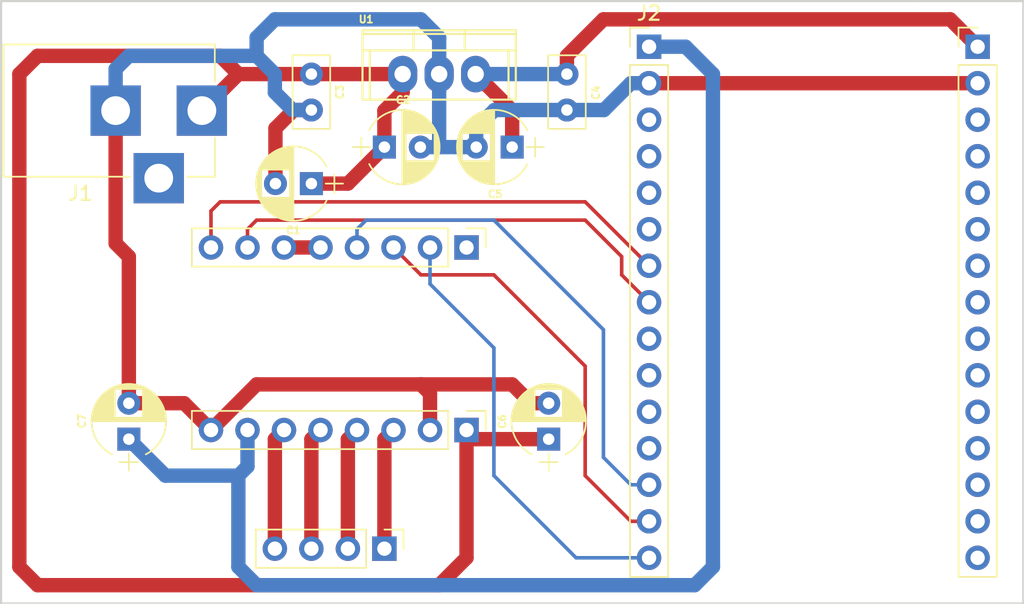
<source format=kicad_pcb>
(kicad_pcb (version 4) (host pcbnew 4.0.7)

  (general
    (links 33)
    (no_connects 0)
    (area 68.024999 79.58 144.620239 122.45)
    (thickness 1.6)
    (drawings 6)
    (tracks 115)
    (zones 0)
    (modules 14)
    (nets 38)
  )

  (page A4)
  (layers
    (0 F.Cu signal)
    (31 B.Cu signal)
    (32 B.Adhes user)
    (33 F.Adhes user)
    (34 B.Paste user)
    (35 F.Paste user)
    (36 B.SilkS user)
    (37 F.SilkS user)
    (38 B.Mask user)
    (39 F.Mask user)
    (40 Dwgs.User user)
    (41 Cmts.User user)
    (42 Eco1.User user)
    (43 Eco2.User user)
    (44 Edge.Cuts user)
    (45 Margin user)
    (46 B.CrtYd user)
    (47 F.CrtYd user)
    (48 B.Fab user)
    (49 F.Fab user)
  )

  (setup
    (last_trace_width 1)
    (user_trace_width 0.25)
    (user_trace_width 1)
    (trace_clearance 0.2)
    (zone_clearance 0.508)
    (zone_45_only no)
    (trace_min 0.2)
    (segment_width 0.2)
    (edge_width 0.15)
    (via_size 0.6)
    (via_drill 0.4)
    (via_min_size 0.4)
    (via_min_drill 0.3)
    (user_via 0.6 0.4)
    (user_via 1.25 0.4)
    (uvia_size 0.3)
    (uvia_drill 0.1)
    (uvias_allowed no)
    (uvia_min_size 0.2)
    (uvia_min_drill 0.1)
    (pcb_text_width 0.3)
    (pcb_text_size 1.5 1.5)
    (mod_edge_width 0.15)
    (mod_text_size 1 1)
    (mod_text_width 0.15)
    (pad_size 1.524 1.524)
    (pad_drill 0.762)
    (pad_to_mask_clearance 0.2)
    (aux_axis_origin 0 0)
    (visible_elements 7FFFFFFF)
    (pcbplotparams
      (layerselection 0x00030_80000001)
      (usegerberextensions false)
      (excludeedgelayer true)
      (linewidth 0.100000)
      (plotframeref false)
      (viasonmask false)
      (mode 1)
      (useauxorigin false)
      (hpglpennumber 1)
      (hpglpenspeed 20)
      (hpglpendiameter 15)
      (hpglpenoverlay 2)
      (psnegative false)
      (psa4output false)
      (plotreference true)
      (plotvalue true)
      (plotinvisibletext false)
      (padsonsilk false)
      (subtractmaskfromsilk false)
      (outputformat 1)
      (mirror false)
      (drillshape 1)
      (scaleselection 1)
      (outputdirectory ""))
  )

  (net 0 "")
  (net 1 VCC)
  (net 2 GND)
  (net 3 VCC_5V)
  (net 4 VCC_3V3)
  (net 5 "Net-(J1-Pad3)")
  (net 6 "Net-(J2-Pad3)")
  (net 7 "Net-(J2-Pad4)")
  (net 8 "Net-(J2-Pad5)")
  (net 9 "Net-(J2-Pad6)")
  (net 10 DIR)
  (net 11 STEP)
  (net 12 "Net-(J2-Pad9)")
  (net 13 "Net-(J2-Pad10)")
  (net 14 "Net-(J2-Pad11)")
  (net 15 "Net-(J2-Pad12)")
  (net 16 MS3)
  (net 17 MS2)
  (net 18 MS1)
  (net 19 "Net-(J3-Pad3)")
  (net 20 "Net-(J3-Pad4)")
  (net 21 "Net-(J3-Pad5)")
  (net 22 "Net-(J3-Pad6)")
  (net 23 "Net-(J3-Pad7)")
  (net 24 "Net-(J3-Pad8)")
  (net 25 "Net-(J3-Pad9)")
  (net 26 "Net-(J3-Pad10)")
  (net 27 "Net-(J3-Pad11)")
  (net 28 "Net-(J3-Pad12)")
  (net 29 "Net-(J3-Pad13)")
  (net 30 "Net-(J3-Pad14)")
  (net 31 "Net-(J3-Pad15)")
  (net 32 "Net-(J4-Pad1)")
  (net 33 "Net-(J4-Pad5)")
  (net 34 Brown_A)
  (net 35 Red_A')
  (net 36 Green_B)
  (net 37 White_B')

  (net_class Default "Dies ist die voreingestellte Netzklasse."
    (clearance 0.2)
    (trace_width 0.25)
    (via_dia 0.6)
    (via_drill 0.4)
    (uvia_dia 0.3)
    (uvia_drill 0.1)
    (add_net Brown_A)
    (add_net DIR)
    (add_net GND)
    (add_net Green_B)
    (add_net MS1)
    (add_net MS2)
    (add_net MS3)
    (add_net "Net-(J1-Pad3)")
    (add_net "Net-(J2-Pad10)")
    (add_net "Net-(J2-Pad11)")
    (add_net "Net-(J2-Pad12)")
    (add_net "Net-(J2-Pad3)")
    (add_net "Net-(J2-Pad4)")
    (add_net "Net-(J2-Pad5)")
    (add_net "Net-(J2-Pad6)")
    (add_net "Net-(J2-Pad9)")
    (add_net "Net-(J3-Pad10)")
    (add_net "Net-(J3-Pad11)")
    (add_net "Net-(J3-Pad12)")
    (add_net "Net-(J3-Pad13)")
    (add_net "Net-(J3-Pad14)")
    (add_net "Net-(J3-Pad15)")
    (add_net "Net-(J3-Pad3)")
    (add_net "Net-(J3-Pad4)")
    (add_net "Net-(J3-Pad5)")
    (add_net "Net-(J3-Pad6)")
    (add_net "Net-(J3-Pad7)")
    (add_net "Net-(J3-Pad8)")
    (add_net "Net-(J3-Pad9)")
    (add_net "Net-(J4-Pad1)")
    (add_net "Net-(J4-Pad5)")
    (add_net Red_A')
    (add_net STEP)
    (add_net VCC)
    (add_net VCC_3V3)
    (add_net VCC_5V)
    (add_net White_B')
  )

  (net_class HV ""
    (clearance 0.5)
    (trace_width 1)
    (via_dia 1.25)
    (via_drill 0.4)
    (uvia_dia 0.3)
    (uvia_drill 0.1)
  )

  (module Connectors:BARREL_JACK (layer F.Cu) (tedit 5AFF00B6) (tstamp 5AFE87C2)
    (at 82.55 87.63)
    (descr "DC Barrel Jack")
    (tags "Power Jack")
    (path /5AFD7EE6)
    (fp_text reference J1 (at -8.45 5.75 180) (layer F.SilkS)
      (effects (font (size 1 1) (thickness 0.15)))
    )
    (fp_text value Jack-DC (at -6.2 -5.5) (layer F.Fab) hide
      (effects (font (size 1 1) (thickness 0.15)))
    )
    (fp_line (start 1 -4.5) (end 1 -4.75) (layer F.CrtYd) (width 0.05))
    (fp_line (start 1 -4.75) (end -14 -4.75) (layer F.CrtYd) (width 0.05))
    (fp_line (start 1 -4.5) (end 1 -2) (layer F.CrtYd) (width 0.05))
    (fp_line (start 1 -2) (end 2 -2) (layer F.CrtYd) (width 0.05))
    (fp_line (start 2 -2) (end 2 2) (layer F.CrtYd) (width 0.05))
    (fp_line (start 2 2) (end 1 2) (layer F.CrtYd) (width 0.05))
    (fp_line (start 1 2) (end 1 4.75) (layer F.CrtYd) (width 0.05))
    (fp_line (start 1 4.75) (end -1 4.75) (layer F.CrtYd) (width 0.05))
    (fp_line (start -1 4.75) (end -1 6.75) (layer F.CrtYd) (width 0.05))
    (fp_line (start -1 6.75) (end -5 6.75) (layer F.CrtYd) (width 0.05))
    (fp_line (start -5 6.75) (end -5 4.75) (layer F.CrtYd) (width 0.05))
    (fp_line (start -5 4.75) (end -14 4.75) (layer F.CrtYd) (width 0.05))
    (fp_line (start -14 4.75) (end -14 -4.75) (layer F.CrtYd) (width 0.05))
    (fp_line (start -5 4.6) (end -13.8 4.6) (layer F.SilkS) (width 0.12))
    (fp_line (start -13.8 4.6) (end -13.8 -4.6) (layer F.SilkS) (width 0.12))
    (fp_line (start 0.9 1.9) (end 0.9 4.6) (layer F.SilkS) (width 0.12))
    (fp_line (start 0.9 4.6) (end -1 4.6) (layer F.SilkS) (width 0.12))
    (fp_line (start -13.8 -4.6) (end 0.9 -4.6) (layer F.SilkS) (width 0.12))
    (fp_line (start 0.9 -4.6) (end 0.9 -2) (layer F.SilkS) (width 0.12))
    (fp_line (start -10.2 -4.5) (end -10.2 4.5) (layer F.Fab) (width 0.1))
    (fp_line (start -13.7 -4.5) (end -13.7 4.5) (layer F.Fab) (width 0.1))
    (fp_line (start -13.7 4.5) (end 0.8 4.5) (layer F.Fab) (width 0.1))
    (fp_line (start 0.8 4.5) (end 0.8 -4.5) (layer F.Fab) (width 0.1))
    (fp_line (start 0.8 -4.5) (end -13.7 -4.5) (layer F.Fab) (width 0.1))
    (pad 1 thru_hole rect (at 0 0) (size 3.5 3.5) (drill 2) (layers *.Cu *.Mask)
      (net 1 VCC))
    (pad 2 thru_hole rect (at -6 0) (size 3.5 3.5) (drill 2) (layers *.Cu *.Mask)
      (net 2 GND))
    (pad 3 thru_hole rect (at -3 4.7) (size 3.5 3.5) (drill 2) (layers *.Cu *.Mask)
      (net 5 "Net-(J1-Pad3)"))
  )

  (module Socket_Strips:Socket_Strip_Straight_1x15_Pitch2.54mm (layer F.Cu) (tedit 5AFEFF0D) (tstamp 5AFE87E8)
    (at 136.525 83.185)
    (descr "Through hole straight socket strip, 1x15, 2.54mm pitch, single row")
    (tags "Through hole socket strip THT 1x15 2.54mm single row")
    (path /5AFD837D)
    (fp_text reference J3 (at 0 -2.33) (layer F.SilkS) hide
      (effects (font (size 1 1) (thickness 0.15)))
    )
    (fp_text value Conn_01x15_Female (at 0 37.89) (layer F.Fab) hide
      (effects (font (size 1 1) (thickness 0.15)))
    )
    (fp_line (start -1.27 -1.27) (end -1.27 36.83) (layer F.Fab) (width 0.1))
    (fp_line (start -1.27 36.83) (end 1.27 36.83) (layer F.Fab) (width 0.1))
    (fp_line (start 1.27 36.83) (end 1.27 -1.27) (layer F.Fab) (width 0.1))
    (fp_line (start 1.27 -1.27) (end -1.27 -1.27) (layer F.Fab) (width 0.1))
    (fp_line (start -1.33 1.27) (end -1.33 36.89) (layer F.SilkS) (width 0.12))
    (fp_line (start -1.33 36.89) (end 1.33 36.89) (layer F.SilkS) (width 0.12))
    (fp_line (start 1.33 36.89) (end 1.33 1.27) (layer F.SilkS) (width 0.12))
    (fp_line (start 1.33 1.27) (end -1.33 1.27) (layer F.SilkS) (width 0.12))
    (fp_line (start -1.33 0) (end -1.33 -1.33) (layer F.SilkS) (width 0.12))
    (fp_line (start -1.33 -1.33) (end 0 -1.33) (layer F.SilkS) (width 0.12))
    (fp_line (start -1.8 -1.8) (end -1.8 37.35) (layer F.CrtYd) (width 0.05))
    (fp_line (start -1.8 37.35) (end 1.8 37.35) (layer F.CrtYd) (width 0.05))
    (fp_line (start 1.8 37.35) (end 1.8 -1.8) (layer F.CrtYd) (width 0.05))
    (fp_line (start 1.8 -1.8) (end -1.8 -1.8) (layer F.CrtYd) (width 0.05))
    (fp_text user %R (at 0 -2.33) (layer F.Fab)
      (effects (font (size 0.5 0.5) (thickness 0.125)))
    )
    (pad 1 thru_hole rect (at 0 0) (size 1.7 1.7) (drill 1) (layers *.Cu *.Mask)
      (net 3 VCC_5V))
    (pad 2 thru_hole oval (at 0 2.54) (size 1.7 1.7) (drill 1) (layers *.Cu *.Mask)
      (net 2 GND))
    (pad 3 thru_hole oval (at 0 5.08) (size 1.7 1.7) (drill 1) (layers *.Cu *.Mask)
      (net 19 "Net-(J3-Pad3)"))
    (pad 4 thru_hole oval (at 0 7.62) (size 1.7 1.7) (drill 1) (layers *.Cu *.Mask)
      (net 20 "Net-(J3-Pad4)"))
    (pad 5 thru_hole oval (at 0 10.16) (size 1.7 1.7) (drill 1) (layers *.Cu *.Mask)
      (net 21 "Net-(J3-Pad5)"))
    (pad 6 thru_hole oval (at 0 12.7) (size 1.7 1.7) (drill 1) (layers *.Cu *.Mask)
      (net 22 "Net-(J3-Pad6)"))
    (pad 7 thru_hole oval (at 0 15.24) (size 1.7 1.7) (drill 1) (layers *.Cu *.Mask)
      (net 23 "Net-(J3-Pad7)"))
    (pad 8 thru_hole oval (at 0 17.78) (size 1.7 1.7) (drill 1) (layers *.Cu *.Mask)
      (net 24 "Net-(J3-Pad8)"))
    (pad 9 thru_hole oval (at 0 20.32) (size 1.7 1.7) (drill 1) (layers *.Cu *.Mask)
      (net 25 "Net-(J3-Pad9)"))
    (pad 10 thru_hole oval (at 0 22.86) (size 1.7 1.7) (drill 1) (layers *.Cu *.Mask)
      (net 26 "Net-(J3-Pad10)"))
    (pad 11 thru_hole oval (at 0 25.4) (size 1.7 1.7) (drill 1) (layers *.Cu *.Mask)
      (net 27 "Net-(J3-Pad11)"))
    (pad 12 thru_hole oval (at 0 27.94) (size 1.7 1.7) (drill 1) (layers *.Cu *.Mask)
      (net 28 "Net-(J3-Pad12)"))
    (pad 13 thru_hole oval (at 0 30.48) (size 1.7 1.7) (drill 1) (layers *.Cu *.Mask)
      (net 29 "Net-(J3-Pad13)"))
    (pad 14 thru_hole oval (at 0 33.02) (size 1.7 1.7) (drill 1) (layers *.Cu *.Mask)
      (net 30 "Net-(J3-Pad14)"))
    (pad 15 thru_hole oval (at 0 35.56) (size 1.7 1.7) (drill 1) (layers *.Cu *.Mask)
      (net 31 "Net-(J3-Pad15)"))
    (model ${KISYS3DMOD}/Socket_Strips.3dshapes/Socket_Strip_Straight_1x15_Pitch2.54mm.wrl
      (at (xyz 0 -0.7 0))
      (scale (xyz 1 1 1))
      (rotate (xyz 0 0 270))
    )
  )

  (module Socket_Strips:Socket_Strip_Straight_1x15_Pitch2.54mm (layer F.Cu) (tedit 5AFEFEDE) (tstamp 5AFE87D5)
    (at 113.665 83.185)
    (descr "Through hole straight socket strip, 1x15, 2.54mm pitch, single row")
    (tags "Through hole socket strip THT 1x15 2.54mm single row")
    (path /5AFD8298)
    (fp_text reference J2 (at 0 -2.33) (layer F.SilkS)
      (effects (font (size 1 1) (thickness 0.15)))
    )
    (fp_text value Conn_01x15_Female (at 0 37.89) (layer F.Fab) hide
      (effects (font (size 1 1) (thickness 0.15)))
    )
    (fp_line (start -1.27 -1.27) (end -1.27 36.83) (layer F.Fab) (width 0.1))
    (fp_line (start -1.27 36.83) (end 1.27 36.83) (layer F.Fab) (width 0.1))
    (fp_line (start 1.27 36.83) (end 1.27 -1.27) (layer F.Fab) (width 0.1))
    (fp_line (start 1.27 -1.27) (end -1.27 -1.27) (layer F.Fab) (width 0.1))
    (fp_line (start -1.33 1.27) (end -1.33 36.89) (layer F.SilkS) (width 0.12))
    (fp_line (start -1.33 36.89) (end 1.33 36.89) (layer F.SilkS) (width 0.12))
    (fp_line (start 1.33 36.89) (end 1.33 1.27) (layer F.SilkS) (width 0.12))
    (fp_line (start 1.33 1.27) (end -1.33 1.27) (layer F.SilkS) (width 0.12))
    (fp_line (start -1.33 0) (end -1.33 -1.33) (layer F.SilkS) (width 0.12))
    (fp_line (start -1.33 -1.33) (end 0 -1.33) (layer F.SilkS) (width 0.12))
    (fp_line (start -1.8 -1.8) (end -1.8 37.35) (layer F.CrtYd) (width 0.05))
    (fp_line (start -1.8 37.35) (end 1.8 37.35) (layer F.CrtYd) (width 0.05))
    (fp_line (start 1.8 37.35) (end 1.8 -1.8) (layer F.CrtYd) (width 0.05))
    (fp_line (start 1.8 -1.8) (end -1.8 -1.8) (layer F.CrtYd) (width 0.05))
    (fp_text user %R (at 0 -2.33) (layer F.Fab)
      (effects (font (size 0.5 0.5) (thickness 0.125)))
    )
    (pad 1 thru_hole rect (at 0 0) (size 1.7 1.7) (drill 1) (layers *.Cu *.Mask)
      (net 4 VCC_3V3))
    (pad 2 thru_hole oval (at 0 2.54) (size 1.7 1.7) (drill 1) (layers *.Cu *.Mask)
      (net 2 GND))
    (pad 3 thru_hole oval (at 0 5.08) (size 1.7 1.7) (drill 1) (layers *.Cu *.Mask)
      (net 6 "Net-(J2-Pad3)"))
    (pad 4 thru_hole oval (at 0 7.62) (size 1.7 1.7) (drill 1) (layers *.Cu *.Mask)
      (net 7 "Net-(J2-Pad4)"))
    (pad 5 thru_hole oval (at 0 10.16) (size 1.7 1.7) (drill 1) (layers *.Cu *.Mask)
      (net 8 "Net-(J2-Pad5)"))
    (pad 6 thru_hole oval (at 0 12.7) (size 1.7 1.7) (drill 1) (layers *.Cu *.Mask)
      (net 9 "Net-(J2-Pad6)"))
    (pad 7 thru_hole oval (at 0 15.24) (size 1.7 1.7) (drill 1) (layers *.Cu *.Mask)
      (net 10 DIR))
    (pad 8 thru_hole oval (at 0 17.78) (size 1.7 1.7) (drill 1) (layers *.Cu *.Mask)
      (net 11 STEP))
    (pad 9 thru_hole oval (at 0 20.32) (size 1.7 1.7) (drill 1) (layers *.Cu *.Mask)
      (net 12 "Net-(J2-Pad9)"))
    (pad 10 thru_hole oval (at 0 22.86) (size 1.7 1.7) (drill 1) (layers *.Cu *.Mask)
      (net 13 "Net-(J2-Pad10)"))
    (pad 11 thru_hole oval (at 0 25.4) (size 1.7 1.7) (drill 1) (layers *.Cu *.Mask)
      (net 14 "Net-(J2-Pad11)"))
    (pad 12 thru_hole oval (at 0 27.94) (size 1.7 1.7) (drill 1) (layers *.Cu *.Mask)
      (net 15 "Net-(J2-Pad12)"))
    (pad 13 thru_hole oval (at 0 30.48) (size 1.7 1.7) (drill 1) (layers *.Cu *.Mask)
      (net 16 MS3))
    (pad 14 thru_hole oval (at 0 33.02) (size 1.7 1.7) (drill 1) (layers *.Cu *.Mask)
      (net 17 MS2))
    (pad 15 thru_hole oval (at 0 35.56) (size 1.7 1.7) (drill 1) (layers *.Cu *.Mask)
      (net 18 MS1))
    (model ${KISYS3DMOD}/Socket_Strips.3dshapes/Socket_Strip_Straight_1x15_Pitch2.54mm.wrl
      (at (xyz 0 -0.7 0))
      (scale (xyz 1 1 1))
      (rotate (xyz 0 0 270))
    )
  )

  (module Capacitors_THT:CP_Radial_D5.0mm_P2.50mm (layer F.Cu) (tedit 5AFEFEC4) (tstamp 5AFE87B5)
    (at 106.68 110.49 90)
    (descr "CP, Radial series, Radial, pin pitch=2.50mm, , diameter=5mm, Electrolytic Capacitor")
    (tags "CP Radial series Radial pin pitch 2.50mm  diameter 5mm Electrolytic Capacitor")
    (path /5AFD89BB)
    (fp_text reference C6 (at 1.219169 -3.228986 90) (layer F.SilkS)
      (effects (font (size 0.5 0.5) (thickness 0.125)))
    )
    (fp_text value 100uF (at 1.25 3.81 90) (layer F.Fab) hide
      (effects (font (size 1 1) (thickness 0.15)))
    )
    (fp_arc (start 1.25 0) (end -1.05558 -1.18) (angle 125.8) (layer F.SilkS) (width 0.12))
    (fp_arc (start 1.25 0) (end -1.05558 1.18) (angle -125.8) (layer F.SilkS) (width 0.12))
    (fp_arc (start 1.25 0) (end 3.55558 -1.18) (angle 54.2) (layer F.SilkS) (width 0.12))
    (fp_circle (center 1.25 0) (end 3.75 0) (layer F.Fab) (width 0.1))
    (fp_line (start -2.2 0) (end -1 0) (layer F.Fab) (width 0.1))
    (fp_line (start -1.6 -0.65) (end -1.6 0.65) (layer F.Fab) (width 0.1))
    (fp_line (start 1.25 -2.55) (end 1.25 2.55) (layer F.SilkS) (width 0.12))
    (fp_line (start 1.29 -2.55) (end 1.29 2.55) (layer F.SilkS) (width 0.12))
    (fp_line (start 1.33 -2.549) (end 1.33 2.549) (layer F.SilkS) (width 0.12))
    (fp_line (start 1.37 -2.548) (end 1.37 2.548) (layer F.SilkS) (width 0.12))
    (fp_line (start 1.41 -2.546) (end 1.41 2.546) (layer F.SilkS) (width 0.12))
    (fp_line (start 1.45 -2.543) (end 1.45 2.543) (layer F.SilkS) (width 0.12))
    (fp_line (start 1.49 -2.539) (end 1.49 2.539) (layer F.SilkS) (width 0.12))
    (fp_line (start 1.53 -2.535) (end 1.53 -0.98) (layer F.SilkS) (width 0.12))
    (fp_line (start 1.53 0.98) (end 1.53 2.535) (layer F.SilkS) (width 0.12))
    (fp_line (start 1.57 -2.531) (end 1.57 -0.98) (layer F.SilkS) (width 0.12))
    (fp_line (start 1.57 0.98) (end 1.57 2.531) (layer F.SilkS) (width 0.12))
    (fp_line (start 1.61 -2.525) (end 1.61 -0.98) (layer F.SilkS) (width 0.12))
    (fp_line (start 1.61 0.98) (end 1.61 2.525) (layer F.SilkS) (width 0.12))
    (fp_line (start 1.65 -2.519) (end 1.65 -0.98) (layer F.SilkS) (width 0.12))
    (fp_line (start 1.65 0.98) (end 1.65 2.519) (layer F.SilkS) (width 0.12))
    (fp_line (start 1.69 -2.513) (end 1.69 -0.98) (layer F.SilkS) (width 0.12))
    (fp_line (start 1.69 0.98) (end 1.69 2.513) (layer F.SilkS) (width 0.12))
    (fp_line (start 1.73 -2.506) (end 1.73 -0.98) (layer F.SilkS) (width 0.12))
    (fp_line (start 1.73 0.98) (end 1.73 2.506) (layer F.SilkS) (width 0.12))
    (fp_line (start 1.77 -2.498) (end 1.77 -0.98) (layer F.SilkS) (width 0.12))
    (fp_line (start 1.77 0.98) (end 1.77 2.498) (layer F.SilkS) (width 0.12))
    (fp_line (start 1.81 -2.489) (end 1.81 -0.98) (layer F.SilkS) (width 0.12))
    (fp_line (start 1.81 0.98) (end 1.81 2.489) (layer F.SilkS) (width 0.12))
    (fp_line (start 1.85 -2.48) (end 1.85 -0.98) (layer F.SilkS) (width 0.12))
    (fp_line (start 1.85 0.98) (end 1.85 2.48) (layer F.SilkS) (width 0.12))
    (fp_line (start 1.89 -2.47) (end 1.89 -0.98) (layer F.SilkS) (width 0.12))
    (fp_line (start 1.89 0.98) (end 1.89 2.47) (layer F.SilkS) (width 0.12))
    (fp_line (start 1.93 -2.46) (end 1.93 -0.98) (layer F.SilkS) (width 0.12))
    (fp_line (start 1.93 0.98) (end 1.93 2.46) (layer F.SilkS) (width 0.12))
    (fp_line (start 1.971 -2.448) (end 1.971 -0.98) (layer F.SilkS) (width 0.12))
    (fp_line (start 1.971 0.98) (end 1.971 2.448) (layer F.SilkS) (width 0.12))
    (fp_line (start 2.011 -2.436) (end 2.011 -0.98) (layer F.SilkS) (width 0.12))
    (fp_line (start 2.011 0.98) (end 2.011 2.436) (layer F.SilkS) (width 0.12))
    (fp_line (start 2.051 -2.424) (end 2.051 -0.98) (layer F.SilkS) (width 0.12))
    (fp_line (start 2.051 0.98) (end 2.051 2.424) (layer F.SilkS) (width 0.12))
    (fp_line (start 2.091 -2.41) (end 2.091 -0.98) (layer F.SilkS) (width 0.12))
    (fp_line (start 2.091 0.98) (end 2.091 2.41) (layer F.SilkS) (width 0.12))
    (fp_line (start 2.131 -2.396) (end 2.131 -0.98) (layer F.SilkS) (width 0.12))
    (fp_line (start 2.131 0.98) (end 2.131 2.396) (layer F.SilkS) (width 0.12))
    (fp_line (start 2.171 -2.382) (end 2.171 -0.98) (layer F.SilkS) (width 0.12))
    (fp_line (start 2.171 0.98) (end 2.171 2.382) (layer F.SilkS) (width 0.12))
    (fp_line (start 2.211 -2.366) (end 2.211 -0.98) (layer F.SilkS) (width 0.12))
    (fp_line (start 2.211 0.98) (end 2.211 2.366) (layer F.SilkS) (width 0.12))
    (fp_line (start 2.251 -2.35) (end 2.251 -0.98) (layer F.SilkS) (width 0.12))
    (fp_line (start 2.251 0.98) (end 2.251 2.35) (layer F.SilkS) (width 0.12))
    (fp_line (start 2.291 -2.333) (end 2.291 -0.98) (layer F.SilkS) (width 0.12))
    (fp_line (start 2.291 0.98) (end 2.291 2.333) (layer F.SilkS) (width 0.12))
    (fp_line (start 2.331 -2.315) (end 2.331 -0.98) (layer F.SilkS) (width 0.12))
    (fp_line (start 2.331 0.98) (end 2.331 2.315) (layer F.SilkS) (width 0.12))
    (fp_line (start 2.371 -2.296) (end 2.371 -0.98) (layer F.SilkS) (width 0.12))
    (fp_line (start 2.371 0.98) (end 2.371 2.296) (layer F.SilkS) (width 0.12))
    (fp_line (start 2.411 -2.276) (end 2.411 -0.98) (layer F.SilkS) (width 0.12))
    (fp_line (start 2.411 0.98) (end 2.411 2.276) (layer F.SilkS) (width 0.12))
    (fp_line (start 2.451 -2.256) (end 2.451 -0.98) (layer F.SilkS) (width 0.12))
    (fp_line (start 2.451 0.98) (end 2.451 2.256) (layer F.SilkS) (width 0.12))
    (fp_line (start 2.491 -2.234) (end 2.491 -0.98) (layer F.SilkS) (width 0.12))
    (fp_line (start 2.491 0.98) (end 2.491 2.234) (layer F.SilkS) (width 0.12))
    (fp_line (start 2.531 -2.212) (end 2.531 -0.98) (layer F.SilkS) (width 0.12))
    (fp_line (start 2.531 0.98) (end 2.531 2.212) (layer F.SilkS) (width 0.12))
    (fp_line (start 2.571 -2.189) (end 2.571 -0.98) (layer F.SilkS) (width 0.12))
    (fp_line (start 2.571 0.98) (end 2.571 2.189) (layer F.SilkS) (width 0.12))
    (fp_line (start 2.611 -2.165) (end 2.611 -0.98) (layer F.SilkS) (width 0.12))
    (fp_line (start 2.611 0.98) (end 2.611 2.165) (layer F.SilkS) (width 0.12))
    (fp_line (start 2.651 -2.14) (end 2.651 -0.98) (layer F.SilkS) (width 0.12))
    (fp_line (start 2.651 0.98) (end 2.651 2.14) (layer F.SilkS) (width 0.12))
    (fp_line (start 2.691 -2.113) (end 2.691 -0.98) (layer F.SilkS) (width 0.12))
    (fp_line (start 2.691 0.98) (end 2.691 2.113) (layer F.SilkS) (width 0.12))
    (fp_line (start 2.731 -2.086) (end 2.731 -0.98) (layer F.SilkS) (width 0.12))
    (fp_line (start 2.731 0.98) (end 2.731 2.086) (layer F.SilkS) (width 0.12))
    (fp_line (start 2.771 -2.058) (end 2.771 -0.98) (layer F.SilkS) (width 0.12))
    (fp_line (start 2.771 0.98) (end 2.771 2.058) (layer F.SilkS) (width 0.12))
    (fp_line (start 2.811 -2.028) (end 2.811 -0.98) (layer F.SilkS) (width 0.12))
    (fp_line (start 2.811 0.98) (end 2.811 2.028) (layer F.SilkS) (width 0.12))
    (fp_line (start 2.851 -1.997) (end 2.851 -0.98) (layer F.SilkS) (width 0.12))
    (fp_line (start 2.851 0.98) (end 2.851 1.997) (layer F.SilkS) (width 0.12))
    (fp_line (start 2.891 -1.965) (end 2.891 -0.98) (layer F.SilkS) (width 0.12))
    (fp_line (start 2.891 0.98) (end 2.891 1.965) (layer F.SilkS) (width 0.12))
    (fp_line (start 2.931 -1.932) (end 2.931 -0.98) (layer F.SilkS) (width 0.12))
    (fp_line (start 2.931 0.98) (end 2.931 1.932) (layer F.SilkS) (width 0.12))
    (fp_line (start 2.971 -1.897) (end 2.971 -0.98) (layer F.SilkS) (width 0.12))
    (fp_line (start 2.971 0.98) (end 2.971 1.897) (layer F.SilkS) (width 0.12))
    (fp_line (start 3.011 -1.861) (end 3.011 -0.98) (layer F.SilkS) (width 0.12))
    (fp_line (start 3.011 0.98) (end 3.011 1.861) (layer F.SilkS) (width 0.12))
    (fp_line (start 3.051 -1.823) (end 3.051 -0.98) (layer F.SilkS) (width 0.12))
    (fp_line (start 3.051 0.98) (end 3.051 1.823) (layer F.SilkS) (width 0.12))
    (fp_line (start 3.091 -1.783) (end 3.091 -0.98) (layer F.SilkS) (width 0.12))
    (fp_line (start 3.091 0.98) (end 3.091 1.783) (layer F.SilkS) (width 0.12))
    (fp_line (start 3.131 -1.742) (end 3.131 -0.98) (layer F.SilkS) (width 0.12))
    (fp_line (start 3.131 0.98) (end 3.131 1.742) (layer F.SilkS) (width 0.12))
    (fp_line (start 3.171 -1.699) (end 3.171 -0.98) (layer F.SilkS) (width 0.12))
    (fp_line (start 3.171 0.98) (end 3.171 1.699) (layer F.SilkS) (width 0.12))
    (fp_line (start 3.211 -1.654) (end 3.211 -0.98) (layer F.SilkS) (width 0.12))
    (fp_line (start 3.211 0.98) (end 3.211 1.654) (layer F.SilkS) (width 0.12))
    (fp_line (start 3.251 -1.606) (end 3.251 -0.98) (layer F.SilkS) (width 0.12))
    (fp_line (start 3.251 0.98) (end 3.251 1.606) (layer F.SilkS) (width 0.12))
    (fp_line (start 3.291 -1.556) (end 3.291 -0.98) (layer F.SilkS) (width 0.12))
    (fp_line (start 3.291 0.98) (end 3.291 1.556) (layer F.SilkS) (width 0.12))
    (fp_line (start 3.331 -1.504) (end 3.331 -0.98) (layer F.SilkS) (width 0.12))
    (fp_line (start 3.331 0.98) (end 3.331 1.504) (layer F.SilkS) (width 0.12))
    (fp_line (start 3.371 -1.448) (end 3.371 -0.98) (layer F.SilkS) (width 0.12))
    (fp_line (start 3.371 0.98) (end 3.371 1.448) (layer F.SilkS) (width 0.12))
    (fp_line (start 3.411 -1.39) (end 3.411 -0.98) (layer F.SilkS) (width 0.12))
    (fp_line (start 3.411 0.98) (end 3.411 1.39) (layer F.SilkS) (width 0.12))
    (fp_line (start 3.451 -1.327) (end 3.451 -0.98) (layer F.SilkS) (width 0.12))
    (fp_line (start 3.451 0.98) (end 3.451 1.327) (layer F.SilkS) (width 0.12))
    (fp_line (start 3.491 -1.261) (end 3.491 1.261) (layer F.SilkS) (width 0.12))
    (fp_line (start 3.531 -1.189) (end 3.531 1.189) (layer F.SilkS) (width 0.12))
    (fp_line (start 3.571 -1.112) (end 3.571 1.112) (layer F.SilkS) (width 0.12))
    (fp_line (start 3.611 -1.028) (end 3.611 1.028) (layer F.SilkS) (width 0.12))
    (fp_line (start 3.651 -0.934) (end 3.651 0.934) (layer F.SilkS) (width 0.12))
    (fp_line (start 3.691 -0.829) (end 3.691 0.829) (layer F.SilkS) (width 0.12))
    (fp_line (start 3.731 -0.707) (end 3.731 0.707) (layer F.SilkS) (width 0.12))
    (fp_line (start 3.771 -0.559) (end 3.771 0.559) (layer F.SilkS) (width 0.12))
    (fp_line (start 3.811 -0.354) (end 3.811 0.354) (layer F.SilkS) (width 0.12))
    (fp_line (start -2.2 0) (end -1 0) (layer F.SilkS) (width 0.12))
    (fp_line (start -1.6 -0.65) (end -1.6 0.65) (layer F.SilkS) (width 0.12))
    (fp_line (start -1.6 -2.85) (end -1.6 2.85) (layer F.CrtYd) (width 0.05))
    (fp_line (start -1.6 2.85) (end 4.1 2.85) (layer F.CrtYd) (width 0.05))
    (fp_line (start 4.1 2.85) (end 4.1 -2.85) (layer F.CrtYd) (width 0.05))
    (fp_line (start 4.1 -2.85) (end -1.6 -2.85) (layer F.CrtYd) (width 0.05))
    (fp_text user %R (at 1.25 0 90) (layer F.Fab) hide
      (effects (font (size 1 1) (thickness 0.15)))
    )
    (pad 1 thru_hole rect (at 0 0 90) (size 1.6 1.6) (drill 0.8) (layers *.Cu *.Mask)
      (net 1 VCC))
    (pad 2 thru_hole circle (at 2.5 0 90) (size 1.6 1.6) (drill 0.8) (layers *.Cu *.Mask)
      (net 2 GND))
    (model ${KISYS3DMOD}/Capacitors_THT.3dshapes/CP_Radial_D5.0mm_P2.50mm.wrl
      (at (xyz 0 0 0))
      (scale (xyz 1 1 1))
      (rotate (xyz 0 0 0))
    )
  )

  (module Capacitors_THT:CP_Radial_D5.0mm_P2.50mm (layer F.Cu) (tedit 5AFEFEA9) (tstamp 5AFE87BB)
    (at 77.47 110.49 90)
    (descr "CP, Radial series, Radial, pin pitch=2.50mm, , diameter=5mm, Electrolytic Capacitor")
    (tags "CP Radial series Radial pin pitch 2.50mm  diameter 5mm Electrolytic Capacitor")
    (path /5AFDB238)
    (fp_text reference C7 (at 1.257548 -3.266182 90) (layer F.SilkS)
      (effects (font (size 0.5 0.5) (thickness 0.125)))
    )
    (fp_text value CP (at 1.25 3.81 90) (layer F.Fab) hide
      (effects (font (size 1 1) (thickness 0.15)))
    )
    (fp_arc (start 1.25 0) (end -1.05558 -1.18) (angle 125.8) (layer F.SilkS) (width 0.12))
    (fp_arc (start 1.25 0) (end -1.05558 1.18) (angle -125.8) (layer F.SilkS) (width 0.12))
    (fp_arc (start 1.25 0) (end 3.55558 -1.18) (angle 54.2) (layer F.SilkS) (width 0.12))
    (fp_circle (center 1.25 0) (end 3.75 0) (layer F.Fab) (width 0.1))
    (fp_line (start -2.2 0) (end -1 0) (layer F.Fab) (width 0.1))
    (fp_line (start -1.6 -0.65) (end -1.6 0.65) (layer F.Fab) (width 0.1))
    (fp_line (start 1.25 -2.55) (end 1.25 2.55) (layer F.SilkS) (width 0.12))
    (fp_line (start 1.29 -2.55) (end 1.29 2.55) (layer F.SilkS) (width 0.12))
    (fp_line (start 1.33 -2.549) (end 1.33 2.549) (layer F.SilkS) (width 0.12))
    (fp_line (start 1.37 -2.548) (end 1.37 2.548) (layer F.SilkS) (width 0.12))
    (fp_line (start 1.41 -2.546) (end 1.41 2.546) (layer F.SilkS) (width 0.12))
    (fp_line (start 1.45 -2.543) (end 1.45 2.543) (layer F.SilkS) (width 0.12))
    (fp_line (start 1.49 -2.539) (end 1.49 2.539) (layer F.SilkS) (width 0.12))
    (fp_line (start 1.53 -2.535) (end 1.53 -0.98) (layer F.SilkS) (width 0.12))
    (fp_line (start 1.53 0.98) (end 1.53 2.535) (layer F.SilkS) (width 0.12))
    (fp_line (start 1.57 -2.531) (end 1.57 -0.98) (layer F.SilkS) (width 0.12))
    (fp_line (start 1.57 0.98) (end 1.57 2.531) (layer F.SilkS) (width 0.12))
    (fp_line (start 1.61 -2.525) (end 1.61 -0.98) (layer F.SilkS) (width 0.12))
    (fp_line (start 1.61 0.98) (end 1.61 2.525) (layer F.SilkS) (width 0.12))
    (fp_line (start 1.65 -2.519) (end 1.65 -0.98) (layer F.SilkS) (width 0.12))
    (fp_line (start 1.65 0.98) (end 1.65 2.519) (layer F.SilkS) (width 0.12))
    (fp_line (start 1.69 -2.513) (end 1.69 -0.98) (layer F.SilkS) (width 0.12))
    (fp_line (start 1.69 0.98) (end 1.69 2.513) (layer F.SilkS) (width 0.12))
    (fp_line (start 1.73 -2.506) (end 1.73 -0.98) (layer F.SilkS) (width 0.12))
    (fp_line (start 1.73 0.98) (end 1.73 2.506) (layer F.SilkS) (width 0.12))
    (fp_line (start 1.77 -2.498) (end 1.77 -0.98) (layer F.SilkS) (width 0.12))
    (fp_line (start 1.77 0.98) (end 1.77 2.498) (layer F.SilkS) (width 0.12))
    (fp_line (start 1.81 -2.489) (end 1.81 -0.98) (layer F.SilkS) (width 0.12))
    (fp_line (start 1.81 0.98) (end 1.81 2.489) (layer F.SilkS) (width 0.12))
    (fp_line (start 1.85 -2.48) (end 1.85 -0.98) (layer F.SilkS) (width 0.12))
    (fp_line (start 1.85 0.98) (end 1.85 2.48) (layer F.SilkS) (width 0.12))
    (fp_line (start 1.89 -2.47) (end 1.89 -0.98) (layer F.SilkS) (width 0.12))
    (fp_line (start 1.89 0.98) (end 1.89 2.47) (layer F.SilkS) (width 0.12))
    (fp_line (start 1.93 -2.46) (end 1.93 -0.98) (layer F.SilkS) (width 0.12))
    (fp_line (start 1.93 0.98) (end 1.93 2.46) (layer F.SilkS) (width 0.12))
    (fp_line (start 1.971 -2.448) (end 1.971 -0.98) (layer F.SilkS) (width 0.12))
    (fp_line (start 1.971 0.98) (end 1.971 2.448) (layer F.SilkS) (width 0.12))
    (fp_line (start 2.011 -2.436) (end 2.011 -0.98) (layer F.SilkS) (width 0.12))
    (fp_line (start 2.011 0.98) (end 2.011 2.436) (layer F.SilkS) (width 0.12))
    (fp_line (start 2.051 -2.424) (end 2.051 -0.98) (layer F.SilkS) (width 0.12))
    (fp_line (start 2.051 0.98) (end 2.051 2.424) (layer F.SilkS) (width 0.12))
    (fp_line (start 2.091 -2.41) (end 2.091 -0.98) (layer F.SilkS) (width 0.12))
    (fp_line (start 2.091 0.98) (end 2.091 2.41) (layer F.SilkS) (width 0.12))
    (fp_line (start 2.131 -2.396) (end 2.131 -0.98) (layer F.SilkS) (width 0.12))
    (fp_line (start 2.131 0.98) (end 2.131 2.396) (layer F.SilkS) (width 0.12))
    (fp_line (start 2.171 -2.382) (end 2.171 -0.98) (layer F.SilkS) (width 0.12))
    (fp_line (start 2.171 0.98) (end 2.171 2.382) (layer F.SilkS) (width 0.12))
    (fp_line (start 2.211 -2.366) (end 2.211 -0.98) (layer F.SilkS) (width 0.12))
    (fp_line (start 2.211 0.98) (end 2.211 2.366) (layer F.SilkS) (width 0.12))
    (fp_line (start 2.251 -2.35) (end 2.251 -0.98) (layer F.SilkS) (width 0.12))
    (fp_line (start 2.251 0.98) (end 2.251 2.35) (layer F.SilkS) (width 0.12))
    (fp_line (start 2.291 -2.333) (end 2.291 -0.98) (layer F.SilkS) (width 0.12))
    (fp_line (start 2.291 0.98) (end 2.291 2.333) (layer F.SilkS) (width 0.12))
    (fp_line (start 2.331 -2.315) (end 2.331 -0.98) (layer F.SilkS) (width 0.12))
    (fp_line (start 2.331 0.98) (end 2.331 2.315) (layer F.SilkS) (width 0.12))
    (fp_line (start 2.371 -2.296) (end 2.371 -0.98) (layer F.SilkS) (width 0.12))
    (fp_line (start 2.371 0.98) (end 2.371 2.296) (layer F.SilkS) (width 0.12))
    (fp_line (start 2.411 -2.276) (end 2.411 -0.98) (layer F.SilkS) (width 0.12))
    (fp_line (start 2.411 0.98) (end 2.411 2.276) (layer F.SilkS) (width 0.12))
    (fp_line (start 2.451 -2.256) (end 2.451 -0.98) (layer F.SilkS) (width 0.12))
    (fp_line (start 2.451 0.98) (end 2.451 2.256) (layer F.SilkS) (width 0.12))
    (fp_line (start 2.491 -2.234) (end 2.491 -0.98) (layer F.SilkS) (width 0.12))
    (fp_line (start 2.491 0.98) (end 2.491 2.234) (layer F.SilkS) (width 0.12))
    (fp_line (start 2.531 -2.212) (end 2.531 -0.98) (layer F.SilkS) (width 0.12))
    (fp_line (start 2.531 0.98) (end 2.531 2.212) (layer F.SilkS) (width 0.12))
    (fp_line (start 2.571 -2.189) (end 2.571 -0.98) (layer F.SilkS) (width 0.12))
    (fp_line (start 2.571 0.98) (end 2.571 2.189) (layer F.SilkS) (width 0.12))
    (fp_line (start 2.611 -2.165) (end 2.611 -0.98) (layer F.SilkS) (width 0.12))
    (fp_line (start 2.611 0.98) (end 2.611 2.165) (layer F.SilkS) (width 0.12))
    (fp_line (start 2.651 -2.14) (end 2.651 -0.98) (layer F.SilkS) (width 0.12))
    (fp_line (start 2.651 0.98) (end 2.651 2.14) (layer F.SilkS) (width 0.12))
    (fp_line (start 2.691 -2.113) (end 2.691 -0.98) (layer F.SilkS) (width 0.12))
    (fp_line (start 2.691 0.98) (end 2.691 2.113) (layer F.SilkS) (width 0.12))
    (fp_line (start 2.731 -2.086) (end 2.731 -0.98) (layer F.SilkS) (width 0.12))
    (fp_line (start 2.731 0.98) (end 2.731 2.086) (layer F.SilkS) (width 0.12))
    (fp_line (start 2.771 -2.058) (end 2.771 -0.98) (layer F.SilkS) (width 0.12))
    (fp_line (start 2.771 0.98) (end 2.771 2.058) (layer F.SilkS) (width 0.12))
    (fp_line (start 2.811 -2.028) (end 2.811 -0.98) (layer F.SilkS) (width 0.12))
    (fp_line (start 2.811 0.98) (end 2.811 2.028) (layer F.SilkS) (width 0.12))
    (fp_line (start 2.851 -1.997) (end 2.851 -0.98) (layer F.SilkS) (width 0.12))
    (fp_line (start 2.851 0.98) (end 2.851 1.997) (layer F.SilkS) (width 0.12))
    (fp_line (start 2.891 -1.965) (end 2.891 -0.98) (layer F.SilkS) (width 0.12))
    (fp_line (start 2.891 0.98) (end 2.891 1.965) (layer F.SilkS) (width 0.12))
    (fp_line (start 2.931 -1.932) (end 2.931 -0.98) (layer F.SilkS) (width 0.12))
    (fp_line (start 2.931 0.98) (end 2.931 1.932) (layer F.SilkS) (width 0.12))
    (fp_line (start 2.971 -1.897) (end 2.971 -0.98) (layer F.SilkS) (width 0.12))
    (fp_line (start 2.971 0.98) (end 2.971 1.897) (layer F.SilkS) (width 0.12))
    (fp_line (start 3.011 -1.861) (end 3.011 -0.98) (layer F.SilkS) (width 0.12))
    (fp_line (start 3.011 0.98) (end 3.011 1.861) (layer F.SilkS) (width 0.12))
    (fp_line (start 3.051 -1.823) (end 3.051 -0.98) (layer F.SilkS) (width 0.12))
    (fp_line (start 3.051 0.98) (end 3.051 1.823) (layer F.SilkS) (width 0.12))
    (fp_line (start 3.091 -1.783) (end 3.091 -0.98) (layer F.SilkS) (width 0.12))
    (fp_line (start 3.091 0.98) (end 3.091 1.783) (layer F.SilkS) (width 0.12))
    (fp_line (start 3.131 -1.742) (end 3.131 -0.98) (layer F.SilkS) (width 0.12))
    (fp_line (start 3.131 0.98) (end 3.131 1.742) (layer F.SilkS) (width 0.12))
    (fp_line (start 3.171 -1.699) (end 3.171 -0.98) (layer F.SilkS) (width 0.12))
    (fp_line (start 3.171 0.98) (end 3.171 1.699) (layer F.SilkS) (width 0.12))
    (fp_line (start 3.211 -1.654) (end 3.211 -0.98) (layer F.SilkS) (width 0.12))
    (fp_line (start 3.211 0.98) (end 3.211 1.654) (layer F.SilkS) (width 0.12))
    (fp_line (start 3.251 -1.606) (end 3.251 -0.98) (layer F.SilkS) (width 0.12))
    (fp_line (start 3.251 0.98) (end 3.251 1.606) (layer F.SilkS) (width 0.12))
    (fp_line (start 3.291 -1.556) (end 3.291 -0.98) (layer F.SilkS) (width 0.12))
    (fp_line (start 3.291 0.98) (end 3.291 1.556) (layer F.SilkS) (width 0.12))
    (fp_line (start 3.331 -1.504) (end 3.331 -0.98) (layer F.SilkS) (width 0.12))
    (fp_line (start 3.331 0.98) (end 3.331 1.504) (layer F.SilkS) (width 0.12))
    (fp_line (start 3.371 -1.448) (end 3.371 -0.98) (layer F.SilkS) (width 0.12))
    (fp_line (start 3.371 0.98) (end 3.371 1.448) (layer F.SilkS) (width 0.12))
    (fp_line (start 3.411 -1.39) (end 3.411 -0.98) (layer F.SilkS) (width 0.12))
    (fp_line (start 3.411 0.98) (end 3.411 1.39) (layer F.SilkS) (width 0.12))
    (fp_line (start 3.451 -1.327) (end 3.451 -0.98) (layer F.SilkS) (width 0.12))
    (fp_line (start 3.451 0.98) (end 3.451 1.327) (layer F.SilkS) (width 0.12))
    (fp_line (start 3.491 -1.261) (end 3.491 1.261) (layer F.SilkS) (width 0.12))
    (fp_line (start 3.531 -1.189) (end 3.531 1.189) (layer F.SilkS) (width 0.12))
    (fp_line (start 3.571 -1.112) (end 3.571 1.112) (layer F.SilkS) (width 0.12))
    (fp_line (start 3.611 -1.028) (end 3.611 1.028) (layer F.SilkS) (width 0.12))
    (fp_line (start 3.651 -0.934) (end 3.651 0.934) (layer F.SilkS) (width 0.12))
    (fp_line (start 3.691 -0.829) (end 3.691 0.829) (layer F.SilkS) (width 0.12))
    (fp_line (start 3.731 -0.707) (end 3.731 0.707) (layer F.SilkS) (width 0.12))
    (fp_line (start 3.771 -0.559) (end 3.771 0.559) (layer F.SilkS) (width 0.12))
    (fp_line (start 3.811 -0.354) (end 3.811 0.354) (layer F.SilkS) (width 0.12))
    (fp_line (start -2.2 0) (end -1 0) (layer F.SilkS) (width 0.12))
    (fp_line (start -1.6 -0.65) (end -1.6 0.65) (layer F.SilkS) (width 0.12))
    (fp_line (start -1.6 -2.85) (end -1.6 2.85) (layer F.CrtYd) (width 0.05))
    (fp_line (start -1.6 2.85) (end 4.1 2.85) (layer F.CrtYd) (width 0.05))
    (fp_line (start 4.1 2.85) (end 4.1 -2.85) (layer F.CrtYd) (width 0.05))
    (fp_line (start 4.1 -2.85) (end -1.6 -2.85) (layer F.CrtYd) (width 0.05))
    (fp_text user %R (at 1.25 0 90) (layer F.Fab) hide
      (effects (font (size 1 1) (thickness 0.15)))
    )
    (pad 1 thru_hole rect (at 0 0 90) (size 1.6 1.6) (drill 0.8) (layers *.Cu *.Mask)
      (net 4 VCC_3V3))
    (pad 2 thru_hole circle (at 2.5 0 90) (size 1.6 1.6) (drill 0.8) (layers *.Cu *.Mask)
      (net 2 GND))
    (model ${KISYS3DMOD}/Capacitors_THT.3dshapes/CP_Radial_D5.0mm_P2.50mm.wrl
      (at (xyz 0 0 0))
      (scale (xyz 1 1 1))
      (rotate (xyz 0 0 0))
    )
  )

  (module Socket_Strips:Socket_Strip_Straight_1x04_Pitch2.54mm (layer F.Cu) (tedit 5AFEFDF8) (tstamp 5AFE8808)
    (at 95.25 118.11 270)
    (descr "Through hole straight socket strip, 1x04, 2.54mm pitch, single row")
    (tags "Through hole socket strip THT 1x04 2.54mm single row")
    (path /5AFD8E73)
    (fp_text reference J6 (at 0 -2.33 270) (layer F.SilkS) hide
      (effects (font (size 1 1) (thickness 0.15)))
    )
    (fp_text value Conn_01x04_Female (at -2.54 1.27 360) (layer F.Fab) hide
      (effects (font (size 1 1) (thickness 0.15)))
    )
    (fp_line (start -1.27 -1.27) (end -1.27 8.89) (layer F.Fab) (width 0.1))
    (fp_line (start -1.27 8.89) (end 1.27 8.89) (layer F.Fab) (width 0.1))
    (fp_line (start 1.27 8.89) (end 1.27 -1.27) (layer F.Fab) (width 0.1))
    (fp_line (start 1.27 -1.27) (end -1.27 -1.27) (layer F.Fab) (width 0.1))
    (fp_line (start -1.33 1.27) (end -1.33 8.95) (layer F.SilkS) (width 0.12))
    (fp_line (start -1.33 8.95) (end 1.33 8.95) (layer F.SilkS) (width 0.12))
    (fp_line (start 1.33 8.95) (end 1.33 1.27) (layer F.SilkS) (width 0.12))
    (fp_line (start 1.33 1.27) (end -1.33 1.27) (layer F.SilkS) (width 0.12))
    (fp_line (start -1.33 0) (end -1.33 -1.33) (layer F.SilkS) (width 0.12))
    (fp_line (start -1.33 -1.33) (end 0 -1.33) (layer F.SilkS) (width 0.12))
    (fp_line (start -1.8 -1.8) (end -1.8 9.4) (layer F.CrtYd) (width 0.05))
    (fp_line (start -1.8 9.4) (end 1.8 9.4) (layer F.CrtYd) (width 0.05))
    (fp_line (start 1.8 9.4) (end 1.8 -1.8) (layer F.CrtYd) (width 0.05))
    (fp_line (start 1.8 -1.8) (end -1.8 -1.8) (layer F.CrtYd) (width 0.05))
    (fp_text user %R (at 0 -2.33 270) (layer F.Fab) hide
      (effects (font (size 0.5 0.5) (thickness 0.125)))
    )
    (pad 1 thru_hole rect (at 0 0 270) (size 1.7 1.7) (drill 1) (layers *.Cu *.Mask)
      (net 34 Brown_A))
    (pad 2 thru_hole oval (at 0 2.54 270) (size 1.7 1.7) (drill 1) (layers *.Cu *.Mask)
      (net 35 Red_A'))
    (pad 3 thru_hole oval (at 0 5.08 270) (size 1.7 1.7) (drill 1) (layers *.Cu *.Mask)
      (net 36 Green_B))
    (pad 4 thru_hole oval (at 0 7.62 270) (size 1.7 1.7) (drill 1) (layers *.Cu *.Mask)
      (net 37 White_B'))
    (model ${KISYS3DMOD}/Socket_Strips.3dshapes/Socket_Strip_Straight_1x04_Pitch2.54mm.wrl
      (at (xyz 0 -0.15 0))
      (scale (xyz 1 1 1))
      (rotate (xyz 0 0 270))
    )
  )

  (module Socket_Strips:Socket_Strip_Straight_1x08_Pitch2.54mm (layer F.Cu) (tedit 5AFEFCD3) (tstamp 5AFE8800)
    (at 100.965 109.855 270)
    (descr "Through hole straight socket strip, 1x08, 2.54mm pitch, single row")
    (tags "Through hole socket strip THT 1x08 2.54mm single row")
    (path /5AFD8243)
    (fp_text reference J5 (at 0 -2.33 270) (layer F.SilkS) hide
      (effects (font (size 1 1) (thickness 0.15)))
    )
    (fp_text value Conn_01x08_Female (at 0 20.11 270) (layer F.Fab) hide
      (effects (font (size 1 1) (thickness 0.15)))
    )
    (fp_line (start -1.27 -1.27) (end -1.27 19.05) (layer F.Fab) (width 0.1))
    (fp_line (start -1.27 19.05) (end 1.27 19.05) (layer F.Fab) (width 0.1))
    (fp_line (start 1.27 19.05) (end 1.27 -1.27) (layer F.Fab) (width 0.1))
    (fp_line (start 1.27 -1.27) (end -1.27 -1.27) (layer F.Fab) (width 0.1))
    (fp_line (start -1.33 1.27) (end -1.33 19.11) (layer F.SilkS) (width 0.12))
    (fp_line (start -1.33 19.11) (end 1.33 19.11) (layer F.SilkS) (width 0.12))
    (fp_line (start 1.33 19.11) (end 1.33 1.27) (layer F.SilkS) (width 0.12))
    (fp_line (start 1.33 1.27) (end -1.33 1.27) (layer F.SilkS) (width 0.12))
    (fp_line (start -1.33 0) (end -1.33 -1.33) (layer F.SilkS) (width 0.12))
    (fp_line (start -1.33 -1.33) (end 0 -1.33) (layer F.SilkS) (width 0.12))
    (fp_line (start -1.8 -1.8) (end -1.8 19.55) (layer F.CrtYd) (width 0.05))
    (fp_line (start -1.8 19.55) (end 1.8 19.55) (layer F.CrtYd) (width 0.05))
    (fp_line (start 1.8 19.55) (end 1.8 -1.8) (layer F.CrtYd) (width 0.05))
    (fp_line (start 1.8 -1.8) (end -1.8 -1.8) (layer F.CrtYd) (width 0.05))
    (fp_text user %R (at 0 -2.33 270) (layer F.Fab)
      (effects (font (size 0.5 0.5) (thickness 0.125)))
    )
    (pad 1 thru_hole rect (at 0 0 270) (size 1.7 1.7) (drill 1) (layers *.Cu *.Mask)
      (net 1 VCC))
    (pad 2 thru_hole oval (at 0 2.54 270) (size 1.7 1.7) (drill 1) (layers *.Cu *.Mask)
      (net 2 GND))
    (pad 3 thru_hole oval (at 0 5.08 270) (size 1.7 1.7) (drill 1) (layers *.Cu *.Mask)
      (net 34 Brown_A))
    (pad 4 thru_hole oval (at 0 7.62 270) (size 1.7 1.7) (drill 1) (layers *.Cu *.Mask)
      (net 35 Red_A'))
    (pad 5 thru_hole oval (at 0 10.16 270) (size 1.7 1.7) (drill 1) (layers *.Cu *.Mask)
      (net 36 Green_B))
    (pad 6 thru_hole oval (at 0 12.7 270) (size 1.7 1.7) (drill 1) (layers *.Cu *.Mask)
      (net 37 White_B'))
    (pad 7 thru_hole oval (at 0 15.24 270) (size 1.7 1.7) (drill 1) (layers *.Cu *.Mask)
      (net 4 VCC_3V3))
    (pad 8 thru_hole oval (at 0 17.78 270) (size 1.7 1.7) (drill 1) (layers *.Cu *.Mask)
      (net 2 GND))
    (model ${KISYS3DMOD}/Socket_Strips.3dshapes/Socket_Strip_Straight_1x08_Pitch2.54mm.wrl
      (at (xyz 0 -0.35 0))
      (scale (xyz 1 1 1))
      (rotate (xyz 0 0 270))
    )
  )

  (module Socket_Strips:Socket_Strip_Straight_1x08_Pitch2.54mm (layer F.Cu) (tedit 5AFEFCAC) (tstamp 5AFE87F4)
    (at 100.965 97.155 270)
    (descr "Through hole straight socket strip, 1x08, 2.54mm pitch, single row")
    (tags "Through hole socket strip THT 1x08 2.54mm single row")
    (path /5AFD7FB4)
    (fp_text reference J4 (at 0 -2.33 270) (layer F.SilkS) hide
      (effects (font (size 1 1) (thickness 0.15)))
    )
    (fp_text value Conn_01x08_Female (at 0 20.11 270) (layer F.Fab) hide
      (effects (font (size 1 1) (thickness 0.15)))
    )
    (fp_line (start -1.27 -1.27) (end -1.27 19.05) (layer F.Fab) (width 0.1))
    (fp_line (start -1.27 19.05) (end 1.27 19.05) (layer F.Fab) (width 0.1))
    (fp_line (start 1.27 19.05) (end 1.27 -1.27) (layer F.Fab) (width 0.1))
    (fp_line (start 1.27 -1.27) (end -1.27 -1.27) (layer F.Fab) (width 0.1))
    (fp_line (start -1.33 1.27) (end -1.33 19.11) (layer F.SilkS) (width 0.12))
    (fp_line (start -1.33 19.11) (end 1.33 19.11) (layer F.SilkS) (width 0.12))
    (fp_line (start 1.33 19.11) (end 1.33 1.27) (layer F.SilkS) (width 0.12))
    (fp_line (start 1.33 1.27) (end -1.33 1.27) (layer F.SilkS) (width 0.12))
    (fp_line (start -1.33 0) (end -1.33 -1.33) (layer F.SilkS) (width 0.12))
    (fp_line (start -1.33 -1.33) (end 0 -1.33) (layer F.SilkS) (width 0.12))
    (fp_line (start -1.8 -1.8) (end -1.8 19.55) (layer F.CrtYd) (width 0.05))
    (fp_line (start -1.8 19.55) (end 1.8 19.55) (layer F.CrtYd) (width 0.05))
    (fp_line (start 1.8 19.55) (end 1.8 -1.8) (layer F.CrtYd) (width 0.05))
    (fp_line (start 1.8 -1.8) (end -1.8 -1.8) (layer F.CrtYd) (width 0.05))
    (fp_text user %R (at 0 -2.33 270) (layer F.Fab)
      (effects (font (size 0.5 0.5) (thickness 0.125)))
    )
    (pad 1 thru_hole rect (at 0 0 270) (size 1.7 1.7) (drill 1) (layers *.Cu *.Mask)
      (net 32 "Net-(J4-Pad1)"))
    (pad 2 thru_hole oval (at 0 2.54 270) (size 1.7 1.7) (drill 1) (layers *.Cu *.Mask)
      (net 18 MS1))
    (pad 3 thru_hole oval (at 0 5.08 270) (size 1.7 1.7) (drill 1) (layers *.Cu *.Mask)
      (net 17 MS2))
    (pad 4 thru_hole oval (at 0 7.62 270) (size 1.7 1.7) (drill 1) (layers *.Cu *.Mask)
      (net 16 MS3))
    (pad 5 thru_hole oval (at 0 10.16 270) (size 1.7 1.7) (drill 1) (layers *.Cu *.Mask)
      (net 33 "Net-(J4-Pad5)"))
    (pad 6 thru_hole oval (at 0 12.7 270) (size 1.7 1.7) (drill 1) (layers *.Cu *.Mask)
      (net 33 "Net-(J4-Pad5)"))
    (pad 7 thru_hole oval (at 0 15.24 270) (size 1.7 1.7) (drill 1) (layers *.Cu *.Mask)
      (net 11 STEP))
    (pad 8 thru_hole oval (at 0 17.78 270) (size 1.7 1.7) (drill 1) (layers *.Cu *.Mask)
      (net 10 DIR))
    (model ${KISYS3DMOD}/Socket_Strips.3dshapes/Socket_Strip_Straight_1x08_Pitch2.54mm.wrl
      (at (xyz 0 -0.35 0))
      (scale (xyz 1 1 1))
      (rotate (xyz 0 0 270))
    )
  )

  (module Capacitors_THT:C_Disc_D5.0mm_W2.5mm_P2.50mm (layer F.Cu) (tedit 5AFEFC81) (tstamp 5AFE87A9)
    (at 107.95 85.09 270)
    (descr "C, Disc series, Radial, pin pitch=2.50mm, , diameter*width=5*2.5mm^2, Capacitor, http://cdn-reichelt.de/documents/datenblatt/B300/DS_KERKO_TC.pdf")
    (tags "C Disc series Radial pin pitch 2.50mm  diameter 5mm width 2.5mm Capacitor")
    (path /5AFD85A1)
    (fp_text reference C4 (at 1.298402 -2.015515 270) (layer F.SilkS)
      (effects (font (size 0.5 0.5) (thickness 0.125)))
    )
    (fp_text value C (at -1.27 2.54 270) (layer F.Fab) hide
      (effects (font (size 0.5 0.5) (thickness 0.125)))
    )
    (fp_line (start -1.25 -1.25) (end -1.25 1.25) (layer F.Fab) (width 0.1))
    (fp_line (start -1.25 1.25) (end 3.75 1.25) (layer F.Fab) (width 0.1))
    (fp_line (start 3.75 1.25) (end 3.75 -1.25) (layer F.Fab) (width 0.1))
    (fp_line (start 3.75 -1.25) (end -1.25 -1.25) (layer F.Fab) (width 0.1))
    (fp_line (start -1.31 -1.31) (end 3.81 -1.31) (layer F.SilkS) (width 0.12))
    (fp_line (start -1.31 1.31) (end 3.81 1.31) (layer F.SilkS) (width 0.12))
    (fp_line (start -1.31 -1.31) (end -1.31 1.31) (layer F.SilkS) (width 0.12))
    (fp_line (start 3.81 -1.31) (end 3.81 1.31) (layer F.SilkS) (width 0.12))
    (fp_line (start -1.6 -1.6) (end -1.6 1.6) (layer F.CrtYd) (width 0.05))
    (fp_line (start -1.6 1.6) (end 4.1 1.6) (layer F.CrtYd) (width 0.05))
    (fp_line (start 4.1 1.6) (end 4.1 -1.6) (layer F.CrtYd) (width 0.05))
    (fp_line (start 4.1 -1.6) (end -1.6 -1.6) (layer F.CrtYd) (width 0.05))
    (fp_text user %R (at 1.25 0 270) (layer F.Fab) hide
      (effects (font (size 1 1) (thickness 0.15)))
    )
    (pad 1 thru_hole circle (at 0 0 270) (size 1.6 1.6) (drill 0.8) (layers *.Cu *.Mask)
      (net 3 VCC_5V))
    (pad 2 thru_hole circle (at 2.5 0 270) (size 1.6 1.6) (drill 0.8) (layers *.Cu *.Mask)
      (net 2 GND))
    (model ${KISYS3DMOD}/Capacitors_THT.3dshapes/C_Disc_D5.0mm_W2.5mm_P2.50mm.wrl
      (at (xyz 0 0 0))
      (scale (xyz 1 1 1))
      (rotate (xyz 0 0 0))
    )
  )

  (module Capacitors_THT:CP_Radial_D5.0mm_P2.50mm (layer F.Cu) (tedit 5AFEFC53) (tstamp 5AFE87AF)
    (at 104.14 90.17 180)
    (descr "CP, Radial series, Radial, pin pitch=2.50mm, , diameter=5mm, Electrolytic Capacitor")
    (tags "CP Radial series Radial pin pitch 2.50mm  diameter 5mm Electrolytic Capacitor")
    (path /5AFD886B)
    (fp_text reference C5 (at 1.184427 -3.277183 180) (layer F.SilkS)
      (effects (font (size 0.5 0.5) (thickness 0.125)))
    )
    (fp_text value CP (at 1.25 3.81 180) (layer F.Fab) hide
      (effects (font (size 0.5 0.5) (thickness 0.125)))
    )
    (fp_arc (start 1.25 0) (end -1.05558 -1.18) (angle 125.8) (layer F.SilkS) (width 0.12))
    (fp_arc (start 1.25 0) (end -1.05558 1.18) (angle -125.8) (layer F.SilkS) (width 0.12))
    (fp_arc (start 1.25 0) (end 3.55558 -1.18) (angle 54.2) (layer F.SilkS) (width 0.12))
    (fp_circle (center 1.25 0) (end 3.75 0) (layer F.Fab) (width 0.1))
    (fp_line (start -2.2 0) (end -1 0) (layer F.Fab) (width 0.1))
    (fp_line (start -1.6 -0.65) (end -1.6 0.65) (layer F.Fab) (width 0.1))
    (fp_line (start 1.25 -2.55) (end 1.25 2.55) (layer F.SilkS) (width 0.12))
    (fp_line (start 1.29 -2.55) (end 1.29 2.55) (layer F.SilkS) (width 0.12))
    (fp_line (start 1.33 -2.549) (end 1.33 2.549) (layer F.SilkS) (width 0.12))
    (fp_line (start 1.37 -2.548) (end 1.37 2.548) (layer F.SilkS) (width 0.12))
    (fp_line (start 1.41 -2.546) (end 1.41 2.546) (layer F.SilkS) (width 0.12))
    (fp_line (start 1.45 -2.543) (end 1.45 2.543) (layer F.SilkS) (width 0.12))
    (fp_line (start 1.49 -2.539) (end 1.49 2.539) (layer F.SilkS) (width 0.12))
    (fp_line (start 1.53 -2.535) (end 1.53 -0.98) (layer F.SilkS) (width 0.12))
    (fp_line (start 1.53 0.98) (end 1.53 2.535) (layer F.SilkS) (width 0.12))
    (fp_line (start 1.57 -2.531) (end 1.57 -0.98) (layer F.SilkS) (width 0.12))
    (fp_line (start 1.57 0.98) (end 1.57 2.531) (layer F.SilkS) (width 0.12))
    (fp_line (start 1.61 -2.525) (end 1.61 -0.98) (layer F.SilkS) (width 0.12))
    (fp_line (start 1.61 0.98) (end 1.61 2.525) (layer F.SilkS) (width 0.12))
    (fp_line (start 1.65 -2.519) (end 1.65 -0.98) (layer F.SilkS) (width 0.12))
    (fp_line (start 1.65 0.98) (end 1.65 2.519) (layer F.SilkS) (width 0.12))
    (fp_line (start 1.69 -2.513) (end 1.69 -0.98) (layer F.SilkS) (width 0.12))
    (fp_line (start 1.69 0.98) (end 1.69 2.513) (layer F.SilkS) (width 0.12))
    (fp_line (start 1.73 -2.506) (end 1.73 -0.98) (layer F.SilkS) (width 0.12))
    (fp_line (start 1.73 0.98) (end 1.73 2.506) (layer F.SilkS) (width 0.12))
    (fp_line (start 1.77 -2.498) (end 1.77 -0.98) (layer F.SilkS) (width 0.12))
    (fp_line (start 1.77 0.98) (end 1.77 2.498) (layer F.SilkS) (width 0.12))
    (fp_line (start 1.81 -2.489) (end 1.81 -0.98) (layer F.SilkS) (width 0.12))
    (fp_line (start 1.81 0.98) (end 1.81 2.489) (layer F.SilkS) (width 0.12))
    (fp_line (start 1.85 -2.48) (end 1.85 -0.98) (layer F.SilkS) (width 0.12))
    (fp_line (start 1.85 0.98) (end 1.85 2.48) (layer F.SilkS) (width 0.12))
    (fp_line (start 1.89 -2.47) (end 1.89 -0.98) (layer F.SilkS) (width 0.12))
    (fp_line (start 1.89 0.98) (end 1.89 2.47) (layer F.SilkS) (width 0.12))
    (fp_line (start 1.93 -2.46) (end 1.93 -0.98) (layer F.SilkS) (width 0.12))
    (fp_line (start 1.93 0.98) (end 1.93 2.46) (layer F.SilkS) (width 0.12))
    (fp_line (start 1.971 -2.448) (end 1.971 -0.98) (layer F.SilkS) (width 0.12))
    (fp_line (start 1.971 0.98) (end 1.971 2.448) (layer F.SilkS) (width 0.12))
    (fp_line (start 2.011 -2.436) (end 2.011 -0.98) (layer F.SilkS) (width 0.12))
    (fp_line (start 2.011 0.98) (end 2.011 2.436) (layer F.SilkS) (width 0.12))
    (fp_line (start 2.051 -2.424) (end 2.051 -0.98) (layer F.SilkS) (width 0.12))
    (fp_line (start 2.051 0.98) (end 2.051 2.424) (layer F.SilkS) (width 0.12))
    (fp_line (start 2.091 -2.41) (end 2.091 -0.98) (layer F.SilkS) (width 0.12))
    (fp_line (start 2.091 0.98) (end 2.091 2.41) (layer F.SilkS) (width 0.12))
    (fp_line (start 2.131 -2.396) (end 2.131 -0.98) (layer F.SilkS) (width 0.12))
    (fp_line (start 2.131 0.98) (end 2.131 2.396) (layer F.SilkS) (width 0.12))
    (fp_line (start 2.171 -2.382) (end 2.171 -0.98) (layer F.SilkS) (width 0.12))
    (fp_line (start 2.171 0.98) (end 2.171 2.382) (layer F.SilkS) (width 0.12))
    (fp_line (start 2.211 -2.366) (end 2.211 -0.98) (layer F.SilkS) (width 0.12))
    (fp_line (start 2.211 0.98) (end 2.211 2.366) (layer F.SilkS) (width 0.12))
    (fp_line (start 2.251 -2.35) (end 2.251 -0.98) (layer F.SilkS) (width 0.12))
    (fp_line (start 2.251 0.98) (end 2.251 2.35) (layer F.SilkS) (width 0.12))
    (fp_line (start 2.291 -2.333) (end 2.291 -0.98) (layer F.SilkS) (width 0.12))
    (fp_line (start 2.291 0.98) (end 2.291 2.333) (layer F.SilkS) (width 0.12))
    (fp_line (start 2.331 -2.315) (end 2.331 -0.98) (layer F.SilkS) (width 0.12))
    (fp_line (start 2.331 0.98) (end 2.331 2.315) (layer F.SilkS) (width 0.12))
    (fp_line (start 2.371 -2.296) (end 2.371 -0.98) (layer F.SilkS) (width 0.12))
    (fp_line (start 2.371 0.98) (end 2.371 2.296) (layer F.SilkS) (width 0.12))
    (fp_line (start 2.411 -2.276) (end 2.411 -0.98) (layer F.SilkS) (width 0.12))
    (fp_line (start 2.411 0.98) (end 2.411 2.276) (layer F.SilkS) (width 0.12))
    (fp_line (start 2.451 -2.256) (end 2.451 -0.98) (layer F.SilkS) (width 0.12))
    (fp_line (start 2.451 0.98) (end 2.451 2.256) (layer F.SilkS) (width 0.12))
    (fp_line (start 2.491 -2.234) (end 2.491 -0.98) (layer F.SilkS) (width 0.12))
    (fp_line (start 2.491 0.98) (end 2.491 2.234) (layer F.SilkS) (width 0.12))
    (fp_line (start 2.531 -2.212) (end 2.531 -0.98) (layer F.SilkS) (width 0.12))
    (fp_line (start 2.531 0.98) (end 2.531 2.212) (layer F.SilkS) (width 0.12))
    (fp_line (start 2.571 -2.189) (end 2.571 -0.98) (layer F.SilkS) (width 0.12))
    (fp_line (start 2.571 0.98) (end 2.571 2.189) (layer F.SilkS) (width 0.12))
    (fp_line (start 2.611 -2.165) (end 2.611 -0.98) (layer F.SilkS) (width 0.12))
    (fp_line (start 2.611 0.98) (end 2.611 2.165) (layer F.SilkS) (width 0.12))
    (fp_line (start 2.651 -2.14) (end 2.651 -0.98) (layer F.SilkS) (width 0.12))
    (fp_line (start 2.651 0.98) (end 2.651 2.14) (layer F.SilkS) (width 0.12))
    (fp_line (start 2.691 -2.113) (end 2.691 -0.98) (layer F.SilkS) (width 0.12))
    (fp_line (start 2.691 0.98) (end 2.691 2.113) (layer F.SilkS) (width 0.12))
    (fp_line (start 2.731 -2.086) (end 2.731 -0.98) (layer F.SilkS) (width 0.12))
    (fp_line (start 2.731 0.98) (end 2.731 2.086) (layer F.SilkS) (width 0.12))
    (fp_line (start 2.771 -2.058) (end 2.771 -0.98) (layer F.SilkS) (width 0.12))
    (fp_line (start 2.771 0.98) (end 2.771 2.058) (layer F.SilkS) (width 0.12))
    (fp_line (start 2.811 -2.028) (end 2.811 -0.98) (layer F.SilkS) (width 0.12))
    (fp_line (start 2.811 0.98) (end 2.811 2.028) (layer F.SilkS) (width 0.12))
    (fp_line (start 2.851 -1.997) (end 2.851 -0.98) (layer F.SilkS) (width 0.12))
    (fp_line (start 2.851 0.98) (end 2.851 1.997) (layer F.SilkS) (width 0.12))
    (fp_line (start 2.891 -1.965) (end 2.891 -0.98) (layer F.SilkS) (width 0.12))
    (fp_line (start 2.891 0.98) (end 2.891 1.965) (layer F.SilkS) (width 0.12))
    (fp_line (start 2.931 -1.932) (end 2.931 -0.98) (layer F.SilkS) (width 0.12))
    (fp_line (start 2.931 0.98) (end 2.931 1.932) (layer F.SilkS) (width 0.12))
    (fp_line (start 2.971 -1.897) (end 2.971 -0.98) (layer F.SilkS) (width 0.12))
    (fp_line (start 2.971 0.98) (end 2.971 1.897) (layer F.SilkS) (width 0.12))
    (fp_line (start 3.011 -1.861) (end 3.011 -0.98) (layer F.SilkS) (width 0.12))
    (fp_line (start 3.011 0.98) (end 3.011 1.861) (layer F.SilkS) (width 0.12))
    (fp_line (start 3.051 -1.823) (end 3.051 -0.98) (layer F.SilkS) (width 0.12))
    (fp_line (start 3.051 0.98) (end 3.051 1.823) (layer F.SilkS) (width 0.12))
    (fp_line (start 3.091 -1.783) (end 3.091 -0.98) (layer F.SilkS) (width 0.12))
    (fp_line (start 3.091 0.98) (end 3.091 1.783) (layer F.SilkS) (width 0.12))
    (fp_line (start 3.131 -1.742) (end 3.131 -0.98) (layer F.SilkS) (width 0.12))
    (fp_line (start 3.131 0.98) (end 3.131 1.742) (layer F.SilkS) (width 0.12))
    (fp_line (start 3.171 -1.699) (end 3.171 -0.98) (layer F.SilkS) (width 0.12))
    (fp_line (start 3.171 0.98) (end 3.171 1.699) (layer F.SilkS) (width 0.12))
    (fp_line (start 3.211 -1.654) (end 3.211 -0.98) (layer F.SilkS) (width 0.12))
    (fp_line (start 3.211 0.98) (end 3.211 1.654) (layer F.SilkS) (width 0.12))
    (fp_line (start 3.251 -1.606) (end 3.251 -0.98) (layer F.SilkS) (width 0.12))
    (fp_line (start 3.251 0.98) (end 3.251 1.606) (layer F.SilkS) (width 0.12))
    (fp_line (start 3.291 -1.556) (end 3.291 -0.98) (layer F.SilkS) (width 0.12))
    (fp_line (start 3.291 0.98) (end 3.291 1.556) (layer F.SilkS) (width 0.12))
    (fp_line (start 3.331 -1.504) (end 3.331 -0.98) (layer F.SilkS) (width 0.12))
    (fp_line (start 3.331 0.98) (end 3.331 1.504) (layer F.SilkS) (width 0.12))
    (fp_line (start 3.371 -1.448) (end 3.371 -0.98) (layer F.SilkS) (width 0.12))
    (fp_line (start 3.371 0.98) (end 3.371 1.448) (layer F.SilkS) (width 0.12))
    (fp_line (start 3.411 -1.39) (end 3.411 -0.98) (layer F.SilkS) (width 0.12))
    (fp_line (start 3.411 0.98) (end 3.411 1.39) (layer F.SilkS) (width 0.12))
    (fp_line (start 3.451 -1.327) (end 3.451 -0.98) (layer F.SilkS) (width 0.12))
    (fp_line (start 3.451 0.98) (end 3.451 1.327) (layer F.SilkS) (width 0.12))
    (fp_line (start 3.491 -1.261) (end 3.491 1.261) (layer F.SilkS) (width 0.12))
    (fp_line (start 3.531 -1.189) (end 3.531 1.189) (layer F.SilkS) (width 0.12))
    (fp_line (start 3.571 -1.112) (end 3.571 1.112) (layer F.SilkS) (width 0.12))
    (fp_line (start 3.611 -1.028) (end 3.611 1.028) (layer F.SilkS) (width 0.12))
    (fp_line (start 3.651 -0.934) (end 3.651 0.934) (layer F.SilkS) (width 0.12))
    (fp_line (start 3.691 -0.829) (end 3.691 0.829) (layer F.SilkS) (width 0.12))
    (fp_line (start 3.731 -0.707) (end 3.731 0.707) (layer F.SilkS) (width 0.12))
    (fp_line (start 3.771 -0.559) (end 3.771 0.559) (layer F.SilkS) (width 0.12))
    (fp_line (start 3.811 -0.354) (end 3.811 0.354) (layer F.SilkS) (width 0.12))
    (fp_line (start -2.2 0) (end -1 0) (layer F.SilkS) (width 0.12))
    (fp_line (start -1.6 -0.65) (end -1.6 0.65) (layer F.SilkS) (width 0.12))
    (fp_line (start -1.6 -2.85) (end -1.6 2.85) (layer F.CrtYd) (width 0.05))
    (fp_line (start -1.6 2.85) (end 4.1 2.85) (layer F.CrtYd) (width 0.05))
    (fp_line (start 4.1 2.85) (end 4.1 -2.85) (layer F.CrtYd) (width 0.05))
    (fp_line (start 4.1 -2.85) (end -1.6 -2.85) (layer F.CrtYd) (width 0.05))
    (fp_text user %R (at 1.25 0 180) (layer F.Fab) hide
      (effects (font (size 1 1) (thickness 0.15)))
    )
    (pad 1 thru_hole rect (at 0 0 180) (size 1.6 1.6) (drill 0.8) (layers *.Cu *.Mask)
      (net 3 VCC_5V))
    (pad 2 thru_hole circle (at 2.5 0 180) (size 1.6 1.6) (drill 0.8) (layers *.Cu *.Mask)
      (net 2 GND))
    (model ${KISYS3DMOD}/Capacitors_THT.3dshapes/CP_Radial_D5.0mm_P2.50mm.wrl
      (at (xyz 0 0 0))
      (scale (xyz 1 1 1))
      (rotate (xyz 0 0 0))
    )
  )

  (module Capacitors_THT:CP_Radial_D5.0mm_P2.50mm (layer F.Cu) (tedit 5AFEFC35) (tstamp 5AFE879D)
    (at 95.25 90.17)
    (descr "CP, Radial series, Radial, pin pitch=2.50mm, , diameter=5mm, Electrolytic Capacitor")
    (tags "CP Radial series Radial pin pitch 2.50mm  diameter 5mm Electrolytic Capacitor")
    (path /5AFD8DA6)
    (fp_text reference C2 (at 1.295153 -3.28326) (layer F.SilkS)
      (effects (font (size 0.5 0.5) (thickness 0.125)))
    )
    (fp_text value CP (at 1.25 3.81) (layer F.Fab) hide
      (effects (font (size 1 1) (thickness 0.15)))
    )
    (fp_arc (start 1.25 0) (end -1.05558 -1.18) (angle 125.8) (layer F.SilkS) (width 0.12))
    (fp_arc (start 1.25 0) (end -1.05558 1.18) (angle -125.8) (layer F.SilkS) (width 0.12))
    (fp_arc (start 1.25 0) (end 3.55558 -1.18) (angle 54.2) (layer F.SilkS) (width 0.12))
    (fp_circle (center 1.25 0) (end 3.75 0) (layer F.Fab) (width 0.1))
    (fp_line (start -2.2 0) (end -1 0) (layer F.Fab) (width 0.1))
    (fp_line (start -1.6 -0.65) (end -1.6 0.65) (layer F.Fab) (width 0.1))
    (fp_line (start 1.25 -2.55) (end 1.25 2.55) (layer F.SilkS) (width 0.12))
    (fp_line (start 1.29 -2.55) (end 1.29 2.55) (layer F.SilkS) (width 0.12))
    (fp_line (start 1.33 -2.549) (end 1.33 2.549) (layer F.SilkS) (width 0.12))
    (fp_line (start 1.37 -2.548) (end 1.37 2.548) (layer F.SilkS) (width 0.12))
    (fp_line (start 1.41 -2.546) (end 1.41 2.546) (layer F.SilkS) (width 0.12))
    (fp_line (start 1.45 -2.543) (end 1.45 2.543) (layer F.SilkS) (width 0.12))
    (fp_line (start 1.49 -2.539) (end 1.49 2.539) (layer F.SilkS) (width 0.12))
    (fp_line (start 1.53 -2.535) (end 1.53 -0.98) (layer F.SilkS) (width 0.12))
    (fp_line (start 1.53 0.98) (end 1.53 2.535) (layer F.SilkS) (width 0.12))
    (fp_line (start 1.57 -2.531) (end 1.57 -0.98) (layer F.SilkS) (width 0.12))
    (fp_line (start 1.57 0.98) (end 1.57 2.531) (layer F.SilkS) (width 0.12))
    (fp_line (start 1.61 -2.525) (end 1.61 -0.98) (layer F.SilkS) (width 0.12))
    (fp_line (start 1.61 0.98) (end 1.61 2.525) (layer F.SilkS) (width 0.12))
    (fp_line (start 1.65 -2.519) (end 1.65 -0.98) (layer F.SilkS) (width 0.12))
    (fp_line (start 1.65 0.98) (end 1.65 2.519) (layer F.SilkS) (width 0.12))
    (fp_line (start 1.69 -2.513) (end 1.69 -0.98) (layer F.SilkS) (width 0.12))
    (fp_line (start 1.69 0.98) (end 1.69 2.513) (layer F.SilkS) (width 0.12))
    (fp_line (start 1.73 -2.506) (end 1.73 -0.98) (layer F.SilkS) (width 0.12))
    (fp_line (start 1.73 0.98) (end 1.73 2.506) (layer F.SilkS) (width 0.12))
    (fp_line (start 1.77 -2.498) (end 1.77 -0.98) (layer F.SilkS) (width 0.12))
    (fp_line (start 1.77 0.98) (end 1.77 2.498) (layer F.SilkS) (width 0.12))
    (fp_line (start 1.81 -2.489) (end 1.81 -0.98) (layer F.SilkS) (width 0.12))
    (fp_line (start 1.81 0.98) (end 1.81 2.489) (layer F.SilkS) (width 0.12))
    (fp_line (start 1.85 -2.48) (end 1.85 -0.98) (layer F.SilkS) (width 0.12))
    (fp_line (start 1.85 0.98) (end 1.85 2.48) (layer F.SilkS) (width 0.12))
    (fp_line (start 1.89 -2.47) (end 1.89 -0.98) (layer F.SilkS) (width 0.12))
    (fp_line (start 1.89 0.98) (end 1.89 2.47) (layer F.SilkS) (width 0.12))
    (fp_line (start 1.93 -2.46) (end 1.93 -0.98) (layer F.SilkS) (width 0.12))
    (fp_line (start 1.93 0.98) (end 1.93 2.46) (layer F.SilkS) (width 0.12))
    (fp_line (start 1.971 -2.448) (end 1.971 -0.98) (layer F.SilkS) (width 0.12))
    (fp_line (start 1.971 0.98) (end 1.971 2.448) (layer F.SilkS) (width 0.12))
    (fp_line (start 2.011 -2.436) (end 2.011 -0.98) (layer F.SilkS) (width 0.12))
    (fp_line (start 2.011 0.98) (end 2.011 2.436) (layer F.SilkS) (width 0.12))
    (fp_line (start 2.051 -2.424) (end 2.051 -0.98) (layer F.SilkS) (width 0.12))
    (fp_line (start 2.051 0.98) (end 2.051 2.424) (layer F.SilkS) (width 0.12))
    (fp_line (start 2.091 -2.41) (end 2.091 -0.98) (layer F.SilkS) (width 0.12))
    (fp_line (start 2.091 0.98) (end 2.091 2.41) (layer F.SilkS) (width 0.12))
    (fp_line (start 2.131 -2.396) (end 2.131 -0.98) (layer F.SilkS) (width 0.12))
    (fp_line (start 2.131 0.98) (end 2.131 2.396) (layer F.SilkS) (width 0.12))
    (fp_line (start 2.171 -2.382) (end 2.171 -0.98) (layer F.SilkS) (width 0.12))
    (fp_line (start 2.171 0.98) (end 2.171 2.382) (layer F.SilkS) (width 0.12))
    (fp_line (start 2.211 -2.366) (end 2.211 -0.98) (layer F.SilkS) (width 0.12))
    (fp_line (start 2.211 0.98) (end 2.211 2.366) (layer F.SilkS) (width 0.12))
    (fp_line (start 2.251 -2.35) (end 2.251 -0.98) (layer F.SilkS) (width 0.12))
    (fp_line (start 2.251 0.98) (end 2.251 2.35) (layer F.SilkS) (width 0.12))
    (fp_line (start 2.291 -2.333) (end 2.291 -0.98) (layer F.SilkS) (width 0.12))
    (fp_line (start 2.291 0.98) (end 2.291 2.333) (layer F.SilkS) (width 0.12))
    (fp_line (start 2.331 -2.315) (end 2.331 -0.98) (layer F.SilkS) (width 0.12))
    (fp_line (start 2.331 0.98) (end 2.331 2.315) (layer F.SilkS) (width 0.12))
    (fp_line (start 2.371 -2.296) (end 2.371 -0.98) (layer F.SilkS) (width 0.12))
    (fp_line (start 2.371 0.98) (end 2.371 2.296) (layer F.SilkS) (width 0.12))
    (fp_line (start 2.411 -2.276) (end 2.411 -0.98) (layer F.SilkS) (width 0.12))
    (fp_line (start 2.411 0.98) (end 2.411 2.276) (layer F.SilkS) (width 0.12))
    (fp_line (start 2.451 -2.256) (end 2.451 -0.98) (layer F.SilkS) (width 0.12))
    (fp_line (start 2.451 0.98) (end 2.451 2.256) (layer F.SilkS) (width 0.12))
    (fp_line (start 2.491 -2.234) (end 2.491 -0.98) (layer F.SilkS) (width 0.12))
    (fp_line (start 2.491 0.98) (end 2.491 2.234) (layer F.SilkS) (width 0.12))
    (fp_line (start 2.531 -2.212) (end 2.531 -0.98) (layer F.SilkS) (width 0.12))
    (fp_line (start 2.531 0.98) (end 2.531 2.212) (layer F.SilkS) (width 0.12))
    (fp_line (start 2.571 -2.189) (end 2.571 -0.98) (layer F.SilkS) (width 0.12))
    (fp_line (start 2.571 0.98) (end 2.571 2.189) (layer F.SilkS) (width 0.12))
    (fp_line (start 2.611 -2.165) (end 2.611 -0.98) (layer F.SilkS) (width 0.12))
    (fp_line (start 2.611 0.98) (end 2.611 2.165) (layer F.SilkS) (width 0.12))
    (fp_line (start 2.651 -2.14) (end 2.651 -0.98) (layer F.SilkS) (width 0.12))
    (fp_line (start 2.651 0.98) (end 2.651 2.14) (layer F.SilkS) (width 0.12))
    (fp_line (start 2.691 -2.113) (end 2.691 -0.98) (layer F.SilkS) (width 0.12))
    (fp_line (start 2.691 0.98) (end 2.691 2.113) (layer F.SilkS) (width 0.12))
    (fp_line (start 2.731 -2.086) (end 2.731 -0.98) (layer F.SilkS) (width 0.12))
    (fp_line (start 2.731 0.98) (end 2.731 2.086) (layer F.SilkS) (width 0.12))
    (fp_line (start 2.771 -2.058) (end 2.771 -0.98) (layer F.SilkS) (width 0.12))
    (fp_line (start 2.771 0.98) (end 2.771 2.058) (layer F.SilkS) (width 0.12))
    (fp_line (start 2.811 -2.028) (end 2.811 -0.98) (layer F.SilkS) (width 0.12))
    (fp_line (start 2.811 0.98) (end 2.811 2.028) (layer F.SilkS) (width 0.12))
    (fp_line (start 2.851 -1.997) (end 2.851 -0.98) (layer F.SilkS) (width 0.12))
    (fp_line (start 2.851 0.98) (end 2.851 1.997) (layer F.SilkS) (width 0.12))
    (fp_line (start 2.891 -1.965) (end 2.891 -0.98) (layer F.SilkS) (width 0.12))
    (fp_line (start 2.891 0.98) (end 2.891 1.965) (layer F.SilkS) (width 0.12))
    (fp_line (start 2.931 -1.932) (end 2.931 -0.98) (layer F.SilkS) (width 0.12))
    (fp_line (start 2.931 0.98) (end 2.931 1.932) (layer F.SilkS) (width 0.12))
    (fp_line (start 2.971 -1.897) (end 2.971 -0.98) (layer F.SilkS) (width 0.12))
    (fp_line (start 2.971 0.98) (end 2.971 1.897) (layer F.SilkS) (width 0.12))
    (fp_line (start 3.011 -1.861) (end 3.011 -0.98) (layer F.SilkS) (width 0.12))
    (fp_line (start 3.011 0.98) (end 3.011 1.861) (layer F.SilkS) (width 0.12))
    (fp_line (start 3.051 -1.823) (end 3.051 -0.98) (layer F.SilkS) (width 0.12))
    (fp_line (start 3.051 0.98) (end 3.051 1.823) (layer F.SilkS) (width 0.12))
    (fp_line (start 3.091 -1.783) (end 3.091 -0.98) (layer F.SilkS) (width 0.12))
    (fp_line (start 3.091 0.98) (end 3.091 1.783) (layer F.SilkS) (width 0.12))
    (fp_line (start 3.131 -1.742) (end 3.131 -0.98) (layer F.SilkS) (width 0.12))
    (fp_line (start 3.131 0.98) (end 3.131 1.742) (layer F.SilkS) (width 0.12))
    (fp_line (start 3.171 -1.699) (end 3.171 -0.98) (layer F.SilkS) (width 0.12))
    (fp_line (start 3.171 0.98) (end 3.171 1.699) (layer F.SilkS) (width 0.12))
    (fp_line (start 3.211 -1.654) (end 3.211 -0.98) (layer F.SilkS) (width 0.12))
    (fp_line (start 3.211 0.98) (end 3.211 1.654) (layer F.SilkS) (width 0.12))
    (fp_line (start 3.251 -1.606) (end 3.251 -0.98) (layer F.SilkS) (width 0.12))
    (fp_line (start 3.251 0.98) (end 3.251 1.606) (layer F.SilkS) (width 0.12))
    (fp_line (start 3.291 -1.556) (end 3.291 -0.98) (layer F.SilkS) (width 0.12))
    (fp_line (start 3.291 0.98) (end 3.291 1.556) (layer F.SilkS) (width 0.12))
    (fp_line (start 3.331 -1.504) (end 3.331 -0.98) (layer F.SilkS) (width 0.12))
    (fp_line (start 3.331 0.98) (end 3.331 1.504) (layer F.SilkS) (width 0.12))
    (fp_line (start 3.371 -1.448) (end 3.371 -0.98) (layer F.SilkS) (width 0.12))
    (fp_line (start 3.371 0.98) (end 3.371 1.448) (layer F.SilkS) (width 0.12))
    (fp_line (start 3.411 -1.39) (end 3.411 -0.98) (layer F.SilkS) (width 0.12))
    (fp_line (start 3.411 0.98) (end 3.411 1.39) (layer F.SilkS) (width 0.12))
    (fp_line (start 3.451 -1.327) (end 3.451 -0.98) (layer F.SilkS) (width 0.12))
    (fp_line (start 3.451 0.98) (end 3.451 1.327) (layer F.SilkS) (width 0.12))
    (fp_line (start 3.491 -1.261) (end 3.491 1.261) (layer F.SilkS) (width 0.12))
    (fp_line (start 3.531 -1.189) (end 3.531 1.189) (layer F.SilkS) (width 0.12))
    (fp_line (start 3.571 -1.112) (end 3.571 1.112) (layer F.SilkS) (width 0.12))
    (fp_line (start 3.611 -1.028) (end 3.611 1.028) (layer F.SilkS) (width 0.12))
    (fp_line (start 3.651 -0.934) (end 3.651 0.934) (layer F.SilkS) (width 0.12))
    (fp_line (start 3.691 -0.829) (end 3.691 0.829) (layer F.SilkS) (width 0.12))
    (fp_line (start 3.731 -0.707) (end 3.731 0.707) (layer F.SilkS) (width 0.12))
    (fp_line (start 3.771 -0.559) (end 3.771 0.559) (layer F.SilkS) (width 0.12))
    (fp_line (start 3.811 -0.354) (end 3.811 0.354) (layer F.SilkS) (width 0.12))
    (fp_line (start -2.2 0) (end -1 0) (layer F.SilkS) (width 0.12))
    (fp_line (start -1.6 -0.65) (end -1.6 0.65) (layer F.SilkS) (width 0.12))
    (fp_line (start -1.6 -2.85) (end -1.6 2.85) (layer F.CrtYd) (width 0.05))
    (fp_line (start -1.6 2.85) (end 4.1 2.85) (layer F.CrtYd) (width 0.05))
    (fp_line (start 4.1 2.85) (end 4.1 -2.85) (layer F.CrtYd) (width 0.05))
    (fp_line (start 4.1 -2.85) (end -1.6 -2.85) (layer F.CrtYd) (width 0.05))
    (fp_text user %R (at 1.25 0) (layer F.Fab) hide
      (effects (font (size 1 1) (thickness 0.15)))
    )
    (pad 1 thru_hole rect (at 0 0) (size 1.6 1.6) (drill 0.8) (layers *.Cu *.Mask)
      (net 1 VCC))
    (pad 2 thru_hole circle (at 2.5 0) (size 1.6 1.6) (drill 0.8) (layers *.Cu *.Mask)
      (net 2 GND))
    (model ${KISYS3DMOD}/Capacitors_THT.3dshapes/CP_Radial_D5.0mm_P2.50mm.wrl
      (at (xyz 0 0 0))
      (scale (xyz 1 1 1))
      (rotate (xyz 0 0 0))
    )
  )

  (module Power_Integrations:TO-220 (layer F.Cu) (tedit 5AFEFC13) (tstamp 5AFE880F)
    (at 99.06 85.09)
    (descr "Non Isolated JEDEC TO-220 Package")
    (tags "Power Integration YN Package")
    (path /5AFD841A)
    (fp_text reference U1 (at -5.08 -3.81) (layer F.SilkS)
      (effects (font (size 0.5 0.5) (thickness 0.125)))
    )
    (fp_text value LM7805_TO220 (at 2.54 -3.81) (layer F.Fab) hide
      (effects (font (size 0.5 0.5) (thickness 0.125)))
    )
    (fp_line (start 4.826 -1.651) (end 4.826 1.778) (layer F.SilkS) (width 0.15))
    (fp_line (start -4.826 -1.651) (end -4.826 1.778) (layer F.SilkS) (width 0.15))
    (fp_line (start 5.334 -2.794) (end -5.334 -2.794) (layer F.SilkS) (width 0.15))
    (fp_line (start 1.778 -1.778) (end 1.778 -3.048) (layer F.SilkS) (width 0.15))
    (fp_line (start -1.778 -1.778) (end -1.778 -3.048) (layer F.SilkS) (width 0.15))
    (fp_line (start -5.334 -1.651) (end 5.334 -1.651) (layer F.SilkS) (width 0.15))
    (fp_line (start 5.334 1.778) (end -5.334 1.778) (layer F.SilkS) (width 0.15))
    (fp_line (start -5.334 -3.048) (end -5.334 1.778) (layer F.SilkS) (width 0.15))
    (fp_line (start 5.334 -3.048) (end 5.334 1.778) (layer F.SilkS) (width 0.15))
    (fp_line (start 5.334 -3.048) (end -5.334 -3.048) (layer F.SilkS) (width 0.15))
    (pad 2 thru_hole oval (at 0 0) (size 2.032 2.54) (drill 1.143) (layers *.Cu *.Mask)
      (net 2 GND))
    (pad 3 thru_hole oval (at 2.54 0) (size 2.032 2.54) (drill 1.143) (layers *.Cu *.Mask)
      (net 3 VCC_5V))
    (pad 1 thru_hole oval (at -2.54 0) (size 2.032 2.54) (drill 1.143) (layers *.Cu *.Mask)
      (net 1 VCC))
  )

  (module Capacitors_THT:CP_Radial_D5.0mm_P2.50mm (layer F.Cu) (tedit 5AFEFBF9) (tstamp 5AFE8797)
    (at 90.17 92.71 180)
    (descr "CP, Radial series, Radial, pin pitch=2.50mm, , diameter=5mm, Electrolytic Capacitor")
    (tags "CP Radial series Radial pin pitch 2.50mm  diameter 5mm Electrolytic Capacitor")
    (path /5AFD878C)
    (fp_text reference C1 (at 1.257548 -3.245321 180) (layer F.SilkS)
      (effects (font (size 0.5 0.5) (thickness 0.125)))
    )
    (fp_text value CP (at 1.25 3.81 180) (layer F.Fab) hide
      (effects (font (size 1 1) (thickness 0.15)))
    )
    (fp_arc (start 1.25 0) (end -1.05558 -1.18) (angle 125.8) (layer F.SilkS) (width 0.12))
    (fp_arc (start 1.25 0) (end -1.05558 1.18) (angle -125.8) (layer F.SilkS) (width 0.12))
    (fp_arc (start 1.25 0) (end 3.55558 -1.18) (angle 54.2) (layer F.SilkS) (width 0.12))
    (fp_circle (center 1.25 0) (end 3.75 0) (layer F.Fab) (width 0.1))
    (fp_line (start -2.2 0) (end -1 0) (layer F.Fab) (width 0.1))
    (fp_line (start -1.6 -0.65) (end -1.6 0.65) (layer F.Fab) (width 0.1))
    (fp_line (start 1.25 -2.55) (end 1.25 2.55) (layer F.SilkS) (width 0.12))
    (fp_line (start 1.29 -2.55) (end 1.29 2.55) (layer F.SilkS) (width 0.12))
    (fp_line (start 1.33 -2.549) (end 1.33 2.549) (layer F.SilkS) (width 0.12))
    (fp_line (start 1.37 -2.548) (end 1.37 2.548) (layer F.SilkS) (width 0.12))
    (fp_line (start 1.41 -2.546) (end 1.41 2.546) (layer F.SilkS) (width 0.12))
    (fp_line (start 1.45 -2.543) (end 1.45 2.543) (layer F.SilkS) (width 0.12))
    (fp_line (start 1.49 -2.539) (end 1.49 2.539) (layer F.SilkS) (width 0.12))
    (fp_line (start 1.53 -2.535) (end 1.53 -0.98) (layer F.SilkS) (width 0.12))
    (fp_line (start 1.53 0.98) (end 1.53 2.535) (layer F.SilkS) (width 0.12))
    (fp_line (start 1.57 -2.531) (end 1.57 -0.98) (layer F.SilkS) (width 0.12))
    (fp_line (start 1.57 0.98) (end 1.57 2.531) (layer F.SilkS) (width 0.12))
    (fp_line (start 1.61 -2.525) (end 1.61 -0.98) (layer F.SilkS) (width 0.12))
    (fp_line (start 1.61 0.98) (end 1.61 2.525) (layer F.SilkS) (width 0.12))
    (fp_line (start 1.65 -2.519) (end 1.65 -0.98) (layer F.SilkS) (width 0.12))
    (fp_line (start 1.65 0.98) (end 1.65 2.519) (layer F.SilkS) (width 0.12))
    (fp_line (start 1.69 -2.513) (end 1.69 -0.98) (layer F.SilkS) (width 0.12))
    (fp_line (start 1.69 0.98) (end 1.69 2.513) (layer F.SilkS) (width 0.12))
    (fp_line (start 1.73 -2.506) (end 1.73 -0.98) (layer F.SilkS) (width 0.12))
    (fp_line (start 1.73 0.98) (end 1.73 2.506) (layer F.SilkS) (width 0.12))
    (fp_line (start 1.77 -2.498) (end 1.77 -0.98) (layer F.SilkS) (width 0.12))
    (fp_line (start 1.77 0.98) (end 1.77 2.498) (layer F.SilkS) (width 0.12))
    (fp_line (start 1.81 -2.489) (end 1.81 -0.98) (layer F.SilkS) (width 0.12))
    (fp_line (start 1.81 0.98) (end 1.81 2.489) (layer F.SilkS) (width 0.12))
    (fp_line (start 1.85 -2.48) (end 1.85 -0.98) (layer F.SilkS) (width 0.12))
    (fp_line (start 1.85 0.98) (end 1.85 2.48) (layer F.SilkS) (width 0.12))
    (fp_line (start 1.89 -2.47) (end 1.89 -0.98) (layer F.SilkS) (width 0.12))
    (fp_line (start 1.89 0.98) (end 1.89 2.47) (layer F.SilkS) (width 0.12))
    (fp_line (start 1.93 -2.46) (end 1.93 -0.98) (layer F.SilkS) (width 0.12))
    (fp_line (start 1.93 0.98) (end 1.93 2.46) (layer F.SilkS) (width 0.12))
    (fp_line (start 1.971 -2.448) (end 1.971 -0.98) (layer F.SilkS) (width 0.12))
    (fp_line (start 1.971 0.98) (end 1.971 2.448) (layer F.SilkS) (width 0.12))
    (fp_line (start 2.011 -2.436) (end 2.011 -0.98) (layer F.SilkS) (width 0.12))
    (fp_line (start 2.011 0.98) (end 2.011 2.436) (layer F.SilkS) (width 0.12))
    (fp_line (start 2.051 -2.424) (end 2.051 -0.98) (layer F.SilkS) (width 0.12))
    (fp_line (start 2.051 0.98) (end 2.051 2.424) (layer F.SilkS) (width 0.12))
    (fp_line (start 2.091 -2.41) (end 2.091 -0.98) (layer F.SilkS) (width 0.12))
    (fp_line (start 2.091 0.98) (end 2.091 2.41) (layer F.SilkS) (width 0.12))
    (fp_line (start 2.131 -2.396) (end 2.131 -0.98) (layer F.SilkS) (width 0.12))
    (fp_line (start 2.131 0.98) (end 2.131 2.396) (layer F.SilkS) (width 0.12))
    (fp_line (start 2.171 -2.382) (end 2.171 -0.98) (layer F.SilkS) (width 0.12))
    (fp_line (start 2.171 0.98) (end 2.171 2.382) (layer F.SilkS) (width 0.12))
    (fp_line (start 2.211 -2.366) (end 2.211 -0.98) (layer F.SilkS) (width 0.12))
    (fp_line (start 2.211 0.98) (end 2.211 2.366) (layer F.SilkS) (width 0.12))
    (fp_line (start 2.251 -2.35) (end 2.251 -0.98) (layer F.SilkS) (width 0.12))
    (fp_line (start 2.251 0.98) (end 2.251 2.35) (layer F.SilkS) (width 0.12))
    (fp_line (start 2.291 -2.333) (end 2.291 -0.98) (layer F.SilkS) (width 0.12))
    (fp_line (start 2.291 0.98) (end 2.291 2.333) (layer F.SilkS) (width 0.12))
    (fp_line (start 2.331 -2.315) (end 2.331 -0.98) (layer F.SilkS) (width 0.12))
    (fp_line (start 2.331 0.98) (end 2.331 2.315) (layer F.SilkS) (width 0.12))
    (fp_line (start 2.371 -2.296) (end 2.371 -0.98) (layer F.SilkS) (width 0.12))
    (fp_line (start 2.371 0.98) (end 2.371 2.296) (layer F.SilkS) (width 0.12))
    (fp_line (start 2.411 -2.276) (end 2.411 -0.98) (layer F.SilkS) (width 0.12))
    (fp_line (start 2.411 0.98) (end 2.411 2.276) (layer F.SilkS) (width 0.12))
    (fp_line (start 2.451 -2.256) (end 2.451 -0.98) (layer F.SilkS) (width 0.12))
    (fp_line (start 2.451 0.98) (end 2.451 2.256) (layer F.SilkS) (width 0.12))
    (fp_line (start 2.491 -2.234) (end 2.491 -0.98) (layer F.SilkS) (width 0.12))
    (fp_line (start 2.491 0.98) (end 2.491 2.234) (layer F.SilkS) (width 0.12))
    (fp_line (start 2.531 -2.212) (end 2.531 -0.98) (layer F.SilkS) (width 0.12))
    (fp_line (start 2.531 0.98) (end 2.531 2.212) (layer F.SilkS) (width 0.12))
    (fp_line (start 2.571 -2.189) (end 2.571 -0.98) (layer F.SilkS) (width 0.12))
    (fp_line (start 2.571 0.98) (end 2.571 2.189) (layer F.SilkS) (width 0.12))
    (fp_line (start 2.611 -2.165) (end 2.611 -0.98) (layer F.SilkS) (width 0.12))
    (fp_line (start 2.611 0.98) (end 2.611 2.165) (layer F.SilkS) (width 0.12))
    (fp_line (start 2.651 -2.14) (end 2.651 -0.98) (layer F.SilkS) (width 0.12))
    (fp_line (start 2.651 0.98) (end 2.651 2.14) (layer F.SilkS) (width 0.12))
    (fp_line (start 2.691 -2.113) (end 2.691 -0.98) (layer F.SilkS) (width 0.12))
    (fp_line (start 2.691 0.98) (end 2.691 2.113) (layer F.SilkS) (width 0.12))
    (fp_line (start 2.731 -2.086) (end 2.731 -0.98) (layer F.SilkS) (width 0.12))
    (fp_line (start 2.731 0.98) (end 2.731 2.086) (layer F.SilkS) (width 0.12))
    (fp_line (start 2.771 -2.058) (end 2.771 -0.98) (layer F.SilkS) (width 0.12))
    (fp_line (start 2.771 0.98) (end 2.771 2.058) (layer F.SilkS) (width 0.12))
    (fp_line (start 2.811 -2.028) (end 2.811 -0.98) (layer F.SilkS) (width 0.12))
    (fp_line (start 2.811 0.98) (end 2.811 2.028) (layer F.SilkS) (width 0.12))
    (fp_line (start 2.851 -1.997) (end 2.851 -0.98) (layer F.SilkS) (width 0.12))
    (fp_line (start 2.851 0.98) (end 2.851 1.997) (layer F.SilkS) (width 0.12))
    (fp_line (start 2.891 -1.965) (end 2.891 -0.98) (layer F.SilkS) (width 0.12))
    (fp_line (start 2.891 0.98) (end 2.891 1.965) (layer F.SilkS) (width 0.12))
    (fp_line (start 2.931 -1.932) (end 2.931 -0.98) (layer F.SilkS) (width 0.12))
    (fp_line (start 2.931 0.98) (end 2.931 1.932) (layer F.SilkS) (width 0.12))
    (fp_line (start 2.971 -1.897) (end 2.971 -0.98) (layer F.SilkS) (width 0.12))
    (fp_line (start 2.971 0.98) (end 2.971 1.897) (layer F.SilkS) (width 0.12))
    (fp_line (start 3.011 -1.861) (end 3.011 -0.98) (layer F.SilkS) (width 0.12))
    (fp_line (start 3.011 0.98) (end 3.011 1.861) (layer F.SilkS) (width 0.12))
    (fp_line (start 3.051 -1.823) (end 3.051 -0.98) (layer F.SilkS) (width 0.12))
    (fp_line (start 3.051 0.98) (end 3.051 1.823) (layer F.SilkS) (width 0.12))
    (fp_line (start 3.091 -1.783) (end 3.091 -0.98) (layer F.SilkS) (width 0.12))
    (fp_line (start 3.091 0.98) (end 3.091 1.783) (layer F.SilkS) (width 0.12))
    (fp_line (start 3.131 -1.742) (end 3.131 -0.98) (layer F.SilkS) (width 0.12))
    (fp_line (start 3.131 0.98) (end 3.131 1.742) (layer F.SilkS) (width 0.12))
    (fp_line (start 3.171 -1.699) (end 3.171 -0.98) (layer F.SilkS) (width 0.12))
    (fp_line (start 3.171 0.98) (end 3.171 1.699) (layer F.SilkS) (width 0.12))
    (fp_line (start 3.211 -1.654) (end 3.211 -0.98) (layer F.SilkS) (width 0.12))
    (fp_line (start 3.211 0.98) (end 3.211 1.654) (layer F.SilkS) (width 0.12))
    (fp_line (start 3.251 -1.606) (end 3.251 -0.98) (layer F.SilkS) (width 0.12))
    (fp_line (start 3.251 0.98) (end 3.251 1.606) (layer F.SilkS) (width 0.12))
    (fp_line (start 3.291 -1.556) (end 3.291 -0.98) (layer F.SilkS) (width 0.12))
    (fp_line (start 3.291 0.98) (end 3.291 1.556) (layer F.SilkS) (width 0.12))
    (fp_line (start 3.331 -1.504) (end 3.331 -0.98) (layer F.SilkS) (width 0.12))
    (fp_line (start 3.331 0.98) (end 3.331 1.504) (layer F.SilkS) (width 0.12))
    (fp_line (start 3.371 -1.448) (end 3.371 -0.98) (layer F.SilkS) (width 0.12))
    (fp_line (start 3.371 0.98) (end 3.371 1.448) (layer F.SilkS) (width 0.12))
    (fp_line (start 3.411 -1.39) (end 3.411 -0.98) (layer F.SilkS) (width 0.12))
    (fp_line (start 3.411 0.98) (end 3.411 1.39) (layer F.SilkS) (width 0.12))
    (fp_line (start 3.451 -1.327) (end 3.451 -0.98) (layer F.SilkS) (width 0.12))
    (fp_line (start 3.451 0.98) (end 3.451 1.327) (layer F.SilkS) (width 0.12))
    (fp_line (start 3.491 -1.261) (end 3.491 1.261) (layer F.SilkS) (width 0.12))
    (fp_line (start 3.531 -1.189) (end 3.531 1.189) (layer F.SilkS) (width 0.12))
    (fp_line (start 3.571 -1.112) (end 3.571 1.112) (layer F.SilkS) (width 0.12))
    (fp_line (start 3.611 -1.028) (end 3.611 1.028) (layer F.SilkS) (width 0.12))
    (fp_line (start 3.651 -0.934) (end 3.651 0.934) (layer F.SilkS) (width 0.12))
    (fp_line (start 3.691 -0.829) (end 3.691 0.829) (layer F.SilkS) (width 0.12))
    (fp_line (start 3.731 -0.707) (end 3.731 0.707) (layer F.SilkS) (width 0.12))
    (fp_line (start 3.771 -0.559) (end 3.771 0.559) (layer F.SilkS) (width 0.12))
    (fp_line (start 3.811 -0.354) (end 3.811 0.354) (layer F.SilkS) (width 0.12))
    (fp_line (start -2.2 0) (end -1 0) (layer F.SilkS) (width 0.12))
    (fp_line (start -1.6 -0.65) (end -1.6 0.65) (layer F.SilkS) (width 0.12))
    (fp_line (start -1.6 -2.85) (end -1.6 2.85) (layer F.CrtYd) (width 0.05))
    (fp_line (start -1.6 2.85) (end 4.1 2.85) (layer F.CrtYd) (width 0.05))
    (fp_line (start 4.1 2.85) (end 4.1 -2.85) (layer F.CrtYd) (width 0.05))
    (fp_line (start 4.1 -2.85) (end -1.6 -2.85) (layer F.CrtYd) (width 0.05))
    (fp_text user %R (at 1.25 0 180) (layer F.Fab) hide
      (effects (font (size 1 1) (thickness 0.15)))
    )
    (pad 1 thru_hole rect (at 0 0 180) (size 1.6 1.6) (drill 0.8) (layers *.Cu *.Mask)
      (net 1 VCC))
    (pad 2 thru_hole circle (at 2.5 0 180) (size 1.6 1.6) (drill 0.8) (layers *.Cu *.Mask)
      (net 2 GND))
    (model ${KISYS3DMOD}/Capacitors_THT.3dshapes/CP_Radial_D5.0mm_P2.50mm.wrl
      (at (xyz 0 0 0))
      (scale (xyz 1 1 1))
      (rotate (xyz 0 0 0))
    )
  )

  (module Capacitors_THT:C_Disc_D5.0mm_W2.5mm_P2.50mm (layer F.Cu) (tedit 5AFEFBCC) (tstamp 5AFE87A3)
    (at 90.17 85.09 270)
    (descr "C, Disc series, Radial, pin pitch=2.50mm, , diameter*width=5*2.5mm^2, Capacitor, http://cdn-reichelt.de/documents/datenblatt/B300/DS_KERKO_TC.pdf")
    (tags "C Disc series Radial pin pitch 2.50mm  diameter 5mm width 2.5mm Capacitor")
    (path /5AFD84C3)
    (fp_text reference C3 (at 1.24714 -1.9812 270) (layer F.SilkS)
      (effects (font (size 0.5 0.5) (thickness 0.125)))
    )
    (fp_text value C (at 1.25 2.56 270) (layer F.Fab) hide
      (effects (font (size 1 1) (thickness 0.15)))
    )
    (fp_line (start -1.25 -1.25) (end -1.25 1.25) (layer F.Fab) (width 0.1))
    (fp_line (start -1.25 1.25) (end 3.75 1.25) (layer F.Fab) (width 0.1))
    (fp_line (start 3.75 1.25) (end 3.75 -1.25) (layer F.Fab) (width 0.1))
    (fp_line (start 3.75 -1.25) (end -1.25 -1.25) (layer F.Fab) (width 0.1))
    (fp_line (start -1.31 -1.31) (end 3.81 -1.31) (layer F.SilkS) (width 0.12))
    (fp_line (start -1.31 1.31) (end 3.81 1.31) (layer F.SilkS) (width 0.12))
    (fp_line (start -1.31 -1.31) (end -1.31 1.31) (layer F.SilkS) (width 0.12))
    (fp_line (start 3.81 -1.31) (end 3.81 1.31) (layer F.SilkS) (width 0.12))
    (fp_line (start -1.6 -1.6) (end -1.6 1.6) (layer F.CrtYd) (width 0.05))
    (fp_line (start -1.6 1.6) (end 4.1 1.6) (layer F.CrtYd) (width 0.05))
    (fp_line (start 4.1 1.6) (end 4.1 -1.6) (layer F.CrtYd) (width 0.05))
    (fp_line (start 4.1 -1.6) (end -1.6 -1.6) (layer F.CrtYd) (width 0.05))
    (fp_text user %R (at 1.25 0 270) (layer F.Fab) hide
      (effects (font (size 1 1) (thickness 0.15)))
    )
    (pad 1 thru_hole circle (at 0 0 270) (size 1.6 1.6) (drill 0.8) (layers *.Cu *.Mask)
      (net 1 VCC))
    (pad 2 thru_hole circle (at 2.5 0 270) (size 1.6 1.6) (drill 0.8) (layers *.Cu *.Mask)
      (net 2 GND))
    (model ${KISYS3DMOD}/Capacitors_THT.3dshapes/C_Disc_D5.0mm_W2.5mm_P2.50mm.wrl
      (at (xyz 0 0 0))
      (scale (xyz 1 1 1))
      (rotate (xyz 0 0 0))
    )
  )

  (gr_line (start 139.7 121.92) (end 132.08 121.92) (angle 90) (layer Edge.Cuts) (width 0.15))
  (gr_line (start 139.7 80.01) (end 139.7 121.92) (angle 90) (layer Edge.Cuts) (width 0.15))
  (gr_line (start 132.08 80.01) (end 139.7 80.01) (angle 90) (layer Edge.Cuts) (width 0.15))
  (gr_line (start 68.58 121.92) (end 132.08 121.92) (angle 90) (layer Edge.Cuts) (width 0.15))
  (gr_line (start 68.58 80.01) (end 68.58 121.92) (angle 90) (layer Edge.Cuts) (width 0.15))
  (gr_line (start 132.08 80.01) (end 68.58 80.01) (angle 90) (layer Edge.Cuts) (width 0.15))

  (segment (start 100.965 109.855) (end 100.965 118.745) (width 1) (layer F.Cu) (net 1))
  (segment (start 83.82 83.82) (end 85.09 85.09) (width 1) (layer F.Cu) (net 1) (tstamp 5AFEFA5B))
  (segment (start 71.12 83.82) (end 83.82 83.82) (width 1) (layer F.Cu) (net 1) (tstamp 5AFEFA59))
  (segment (start 69.85 85.09) (end 71.12 83.82) (width 1) (layer F.Cu) (net 1) (tstamp 5AFEFA58))
  (segment (start 69.85 119.38) (end 69.85 85.09) (width 1) (layer F.Cu) (net 1) (tstamp 5AFEFA53))
  (segment (start 71.12 120.65) (end 69.85 119.38) (width 1) (layer F.Cu) (net 1) (tstamp 5AFEFA52))
  (segment (start 99.06 120.65) (end 71.12 120.65) (width 1) (layer F.Cu) (net 1) (tstamp 5AFEFA4F))
  (segment (start 100.965 118.745) (end 99.06 120.65) (width 1) (layer F.Cu) (net 1) (tstamp 5AFEFA4E))
  (segment (start 106.68 110.49) (end 101.6 110.49) (width 1) (layer F.Cu) (net 1))
  (segment (start 101.6 110.49) (end 100.965 109.855) (width 1) (layer F.Cu) (net 1) (tstamp 5AFEFA27))
  (segment (start 90.17 92.71) (end 92.71 92.71) (width 1) (layer F.Cu) (net 1))
  (segment (start 92.71 92.71) (end 95.25 90.17) (width 1) (layer F.Cu) (net 1) (tstamp 5AFEA50D))
  (segment (start 90.17 85.09) (end 85.09 85.09) (width 1) (layer F.Cu) (net 1))
  (segment (start 85.09 85.09) (end 82.55 87.63) (width 1) (layer F.Cu) (net 1) (tstamp 5AFEA3DE))
  (segment (start 90.17 85.09) (end 96.52 85.09) (width 1) (layer F.Cu) (net 1))
  (segment (start 96.52 85.09) (end 96.52 86.36) (width 1) (layer F.Cu) (net 1))
  (segment (start 95.25 87.63) (end 95.25 90.17) (width 1) (layer F.Cu) (net 1) (tstamp 5AFEA3D7))
  (segment (start 96.52 86.36) (end 95.25 87.63) (width 1) (layer F.Cu) (net 1) (tstamp 5AFEA3D5))
  (segment (start 106.045 111.125) (end 106.68 110.49) (width 0.25) (layer F.Cu) (net 1) (tstamp 5AFE9C7B))
  (segment (start 106.68 107.99) (end 105.45 107.99) (width 1) (layer F.Cu) (net 2))
  (segment (start 104.14 106.68) (end 97.79 106.68) (width 1) (layer F.Cu) (net 2) (tstamp 5AFEFA2C))
  (segment (start 105.45 107.99) (end 104.14 106.68) (width 1) (layer F.Cu) (net 2) (tstamp 5AFEFA2B))
  (segment (start 98.425 109.855) (end 98.425 107.315) (width 1) (layer F.Cu) (net 2))
  (segment (start 86.36 106.68) (end 83.185 109.855) (width 1) (layer F.Cu) (net 2) (tstamp 5AFEFA1A))
  (segment (start 97.79 106.68) (end 86.36 106.68) (width 1) (layer F.Cu) (net 2) (tstamp 5AFEFA19))
  (segment (start 98.425 107.315) (end 97.79 106.68) (width 1) (layer F.Cu) (net 2) (tstamp 5AFEFA18))
  (segment (start 113.665 85.725) (end 136.525 85.725) (width 1) (layer F.Cu) (net 2))
  (segment (start 77.47 107.99) (end 81.32 107.99) (width 1) (layer F.Cu) (net 2))
  (segment (start 81.32 107.99) (end 83.185 109.855) (width 1) (layer F.Cu) (net 2) (tstamp 5AFEF9DE))
  (segment (start 90.17 87.59) (end 88.94 87.59) (width 1) (layer F.Cu) (net 2))
  (segment (start 87.67 88.86) (end 87.67 92.71) (width 1) (layer F.Cu) (net 2) (tstamp 5AFEA511))
  (segment (start 88.94 87.59) (end 87.67 88.86) (width 1) (layer F.Cu) (net 2) (tstamp 5AFEA510))
  (segment (start 113.665 85.725) (end 112.395 85.725) (width 1) (layer B.Cu) (net 2))
  (segment (start 110.53 87.59) (end 107.95 87.59) (width 1) (layer B.Cu) (net 2) (tstamp 5AFEA461))
  (segment (start 112.395 85.725) (end 110.53 87.59) (width 1) (layer B.Cu) (net 2) (tstamp 5AFEA460))
  (segment (start 107.95 87.59) (end 102.91 87.59) (width 1) (layer B.Cu) (net 2))
  (segment (start 101.64 88.86) (end 101.64 90.17) (width 1) (layer B.Cu) (net 2) (tstamp 5AFEA45D))
  (segment (start 102.91 87.59) (end 101.64 88.86) (width 1) (layer B.Cu) (net 2) (tstamp 5AFEA45C))
  (segment (start 99.06 85.09) (end 99.06 90.17) (width 1) (layer B.Cu) (net 2))
  (segment (start 101.64 90.17) (end 99.06 90.17) (width 1) (layer B.Cu) (net 2))
  (segment (start 99.06 90.17) (end 97.75 90.17) (width 1) (layer B.Cu) (net 2) (tstamp 5AFEA45A))
  (segment (start 99.06 85.09) (end 99.06 82.55) (width 1) (layer B.Cu) (net 2))
  (segment (start 86.36 82.55) (end 86.36 83.82) (width 1) (layer B.Cu) (net 2) (tstamp 5AFEA451))
  (segment (start 87.63 81.28) (end 86.36 82.55) (width 1) (layer B.Cu) (net 2) (tstamp 5AFEA44E))
  (segment (start 97.79 81.28) (end 87.63 81.28) (width 1) (layer B.Cu) (net 2) (tstamp 5AFEA44D))
  (segment (start 99.06 82.55) (end 97.79 81.28) (width 1) (layer B.Cu) (net 2) (tstamp 5AFEA44B))
  (segment (start 76.55 87.63) (end 76.55 84.74) (width 1) (layer B.Cu) (net 2))
  (segment (start 88.86 87.59) (end 90.17 87.59) (width 1) (layer B.Cu) (net 2) (tstamp 5AFEA445))
  (segment (start 87.63 86.36) (end 88.86 87.59) (width 1) (layer B.Cu) (net 2) (tstamp 5AFEA443))
  (segment (start 87.63 85.09) (end 87.63 86.36) (width 1) (layer B.Cu) (net 2) (tstamp 5AFEA442))
  (segment (start 86.36 83.82) (end 87.63 85.09) (width 1) (layer B.Cu) (net 2) (tstamp 5AFEA440))
  (segment (start 77.47 83.82) (end 86.36 83.82) (width 1) (layer B.Cu) (net 2) (tstamp 5AFEA43F))
  (segment (start 76.55 84.74) (end 77.47 83.82) (width 1) (layer B.Cu) (net 2) (tstamp 5AFEA43E))
  (segment (start 77.47 107.99) (end 77.47 97.79) (width 1) (layer F.Cu) (net 2))
  (segment (start 76.55 96.87) (end 76.55 87.63) (width 1) (layer F.Cu) (net 2) (tstamp 5AFEA433))
  (segment (start 77.47 97.79) (end 76.55 96.87) (width 1) (layer F.Cu) (net 2) (tstamp 5AFEA432))
  (segment (start 77.51 107.95) (end 77.47 107.99) (width 1) (layer F.Cu) (net 2) (tstamp 5AFEA3E6))
  (segment (start 90.17 87.59) (end 90.17 87.63) (width 0.25) (layer F.Cu) (net 2))
  (segment (start 107.95 85.09) (end 107.95 83.82) (width 1) (layer F.Cu) (net 3))
  (segment (start 134.62 81.28) (end 136.525 83.185) (width 1) (layer F.Cu) (net 3) (tstamp 5AFEFA08))
  (segment (start 110.49 81.28) (end 134.62 81.28) (width 1) (layer F.Cu) (net 3) (tstamp 5AFEFA06))
  (segment (start 107.95 83.82) (end 110.49 81.28) (width 1) (layer F.Cu) (net 3) (tstamp 5AFEFA04))
  (segment (start 104.14 90.17) (end 104.14 87.63) (width 1) (layer F.Cu) (net 3))
  (segment (start 104.14 87.63) (end 101.6 85.09) (width 1) (layer F.Cu) (net 3) (tstamp 5AFEA499))
  (segment (start 101.6 85.09) (end 107.95 85.09) (width 1) (layer B.Cu) (net 3))
  (segment (start 113.665 83.185) (end 116.205 83.185) (width 1) (layer B.Cu) (net 4))
  (segment (start 85.09 119.38) (end 85.09 113.03) (width 1) (layer B.Cu) (net 4) (tstamp 5AFEF9F9))
  (segment (start 86.36 120.65) (end 85.09 119.38) (width 1) (layer B.Cu) (net 4) (tstamp 5AFEF9F7))
  (segment (start 116.84 120.65) (end 86.36 120.65) (width 1) (layer B.Cu) (net 4) (tstamp 5AFEF9F3))
  (segment (start 118.11 119.38) (end 116.84 120.65) (width 1) (layer B.Cu) (net 4) (tstamp 5AFEF9F2))
  (segment (start 118.11 85.09) (end 118.11 119.38) (width 1) (layer B.Cu) (net 4) (tstamp 5AFEF9F0))
  (segment (start 116.205 83.185) (end 118.11 85.09) (width 1) (layer B.Cu) (net 4) (tstamp 5AFEF9EB))
  (segment (start 77.47 110.49) (end 80.01 113.03) (width 1) (layer B.Cu) (net 4))
  (segment (start 85.725 112.395) (end 85.725 109.855) (width 1) (layer B.Cu) (net 4) (tstamp 5AFEF9E8))
  (segment (start 85.09 113.03) (end 85.725 112.395) (width 1) (layer B.Cu) (net 4) (tstamp 5AFEF9E6))
  (segment (start 80.01 113.03) (end 85.09 113.03) (width 1) (layer B.Cu) (net 4) (tstamp 5AFEF9E5))
  (segment (start 83.185 97.155) (end 83.185 94.615) (width 0.25) (layer F.Cu) (net 10))
  (segment (start 111.76 96.52) (end 113.665 98.425) (width 0.25) (layer F.Cu) (net 10) (tstamp 5AFEA4DD))
  (segment (start 109.22 93.98) (end 111.76 96.52) (width 0.25) (layer F.Cu) (net 10) (tstamp 5AFEA4DB))
  (segment (start 83.82 93.98) (end 109.22 93.98) (width 0.25) (layer F.Cu) (net 10) (tstamp 5AFEA4D7))
  (segment (start 83.185 94.615) (end 83.82 93.98) (width 0.25) (layer F.Cu) (net 10) (tstamp 5AFEA4D5))
  (segment (start 113.665 100.965) (end 111.76 99.06) (width 0.25) (layer F.Cu) (net 11))
  (segment (start 85.725 95.885) (end 85.725 97.155) (width 0.25) (layer F.Cu) (net 11) (tstamp 5AFEA4EE))
  (segment (start 86.36 95.25) (end 85.725 95.885) (width 0.25) (layer F.Cu) (net 11) (tstamp 5AFEA4EC))
  (segment (start 109.22 95.25) (end 86.36 95.25) (width 0.25) (layer F.Cu) (net 11) (tstamp 5AFEA4EB))
  (segment (start 110.49 96.52) (end 109.22 95.25) (width 0.25) (layer F.Cu) (net 11) (tstamp 5AFEA4EA))
  (segment (start 111.76 97.79) (end 110.49 96.52) (width 0.25) (layer F.Cu) (net 11) (tstamp 5AFEA4E9))
  (segment (start 111.76 99.06) (end 111.76 97.79) (width 0.25) (layer F.Cu) (net 11) (tstamp 5AFEA4E7))
  (segment (start 93.345 97.155) (end 93.345 95.885) (width 0.25) (layer B.Cu) (net 16))
  (segment (start 112.395 113.665) (end 113.665 113.665) (width 0.25) (layer B.Cu) (net 16) (tstamp 5AFEA68E))
  (segment (start 110.49 111.76) (end 112.395 113.665) (width 0.25) (layer B.Cu) (net 16) (tstamp 5AFEA68C))
  (segment (start 110.49 102.87) (end 110.49 111.76) (width 0.25) (layer B.Cu) (net 16) (tstamp 5AFEA68A))
  (segment (start 102.87 95.25) (end 110.49 102.87) (width 0.25) (layer B.Cu) (net 16) (tstamp 5AFEA687))
  (segment (start 93.98 95.25) (end 102.87 95.25) (width 0.25) (layer B.Cu) (net 16) (tstamp 5AFEA685))
  (segment (start 93.345 95.885) (end 93.98 95.25) (width 0.25) (layer B.Cu) (net 16) (tstamp 5AFEA684))
  (segment (start 113.665 116.205) (end 112.395 116.205) (width 0.25) (layer F.Cu) (net 17))
  (segment (start 97.79 99.06) (end 95.885 97.155) (width 0.25) (layer F.Cu) (net 17) (tstamp 5AFEA69D))
  (segment (start 102.87 99.06) (end 97.79 99.06) (width 0.25) (layer F.Cu) (net 17) (tstamp 5AFEA69B))
  (segment (start 109.22 105.41) (end 102.87 99.06) (width 0.25) (layer F.Cu) (net 17) (tstamp 5AFEA699))
  (segment (start 109.22 113.03) (end 109.22 105.41) (width 0.25) (layer F.Cu) (net 17) (tstamp 5AFEA697))
  (segment (start 112.395 116.205) (end 109.22 113.03) (width 0.25) (layer F.Cu) (net 17) (tstamp 5AFEA694))
  (segment (start 113.665 118.745) (end 108.585 118.745) (width 0.25) (layer B.Cu) (net 18))
  (segment (start 98.425 99.695) (end 98.425 97.155) (width 0.25) (layer B.Cu) (net 18) (tstamp 5AFEA675))
  (segment (start 102.87 104.14) (end 98.425 99.695) (width 0.25) (layer B.Cu) (net 18) (tstamp 5AFEA673))
  (segment (start 102.87 113.03) (end 102.87 104.14) (width 0.25) (layer B.Cu) (net 18) (tstamp 5AFEA670))
  (segment (start 108.585 118.745) (end 102.87 113.03) (width 0.25) (layer B.Cu) (net 18) (tstamp 5AFEA66D))
  (segment (start 88.265 97.155) (end 90.805 97.155) (width 1) (layer F.Cu) (net 33))
  (segment (start 95.25 118.11) (end 95.25 110.49) (width 1) (layer F.Cu) (net 34))
  (segment (start 95.25 110.49) (end 95.885 109.855) (width 1) (layer F.Cu) (net 34) (tstamp 5AFEF9DB))
  (segment (start 92.71 118.11) (end 92.71 110.49) (width 1) (layer F.Cu) (net 35))
  (segment (start 92.71 110.49) (end 93.345 109.855) (width 1) (layer F.Cu) (net 35) (tstamp 5AFEF9D8))
  (segment (start 90.17 118.11) (end 90.17 110.49) (width 1) (layer F.Cu) (net 36))
  (segment (start 90.17 110.49) (end 90.805 109.855) (width 1) (layer F.Cu) (net 36) (tstamp 5AFEF9D5))
  (segment (start 87.63 118.11) (end 87.63 110.49) (width 1) (layer F.Cu) (net 37))
  (segment (start 87.63 110.49) (end 88.265 109.855) (width 1) (layer F.Cu) (net 37) (tstamp 5AFEF9D1))

  (zone (net 2) (net_name GND) (layer F.Cu) (tstamp 5AFF13C5) (hatch edge 0.508)
    (connect_pads (clearance 0.508))
    (min_thickness 0.254)
    (fill (arc_segments 16) (thermal_gap 0.508) (thermal_bridge_width 0.508))
    (polygon
      (pts
        (xy 138.43 120.65) (xy 69.85 120.65) (xy 69.85 81.28) (xy 138.43 81.28)
      )
    )
  )
  (zone (net 2) (net_name GND) (layer B.Cu) (tstamp 5AFF13C6) (hatch edge 0.508)
    (connect_pads (clearance 0.508))
    (min_thickness 0.254)
    (fill (arc_segments 16) (thermal_gap 0.508) (thermal_bridge_width 0.508))
    (polygon
      (pts
        (xy 138.43 120.65) (xy 69.85 120.65) (xy 69.85 81.28) (xy 138.43 81.28)
      )
    )
  )
)

</source>
